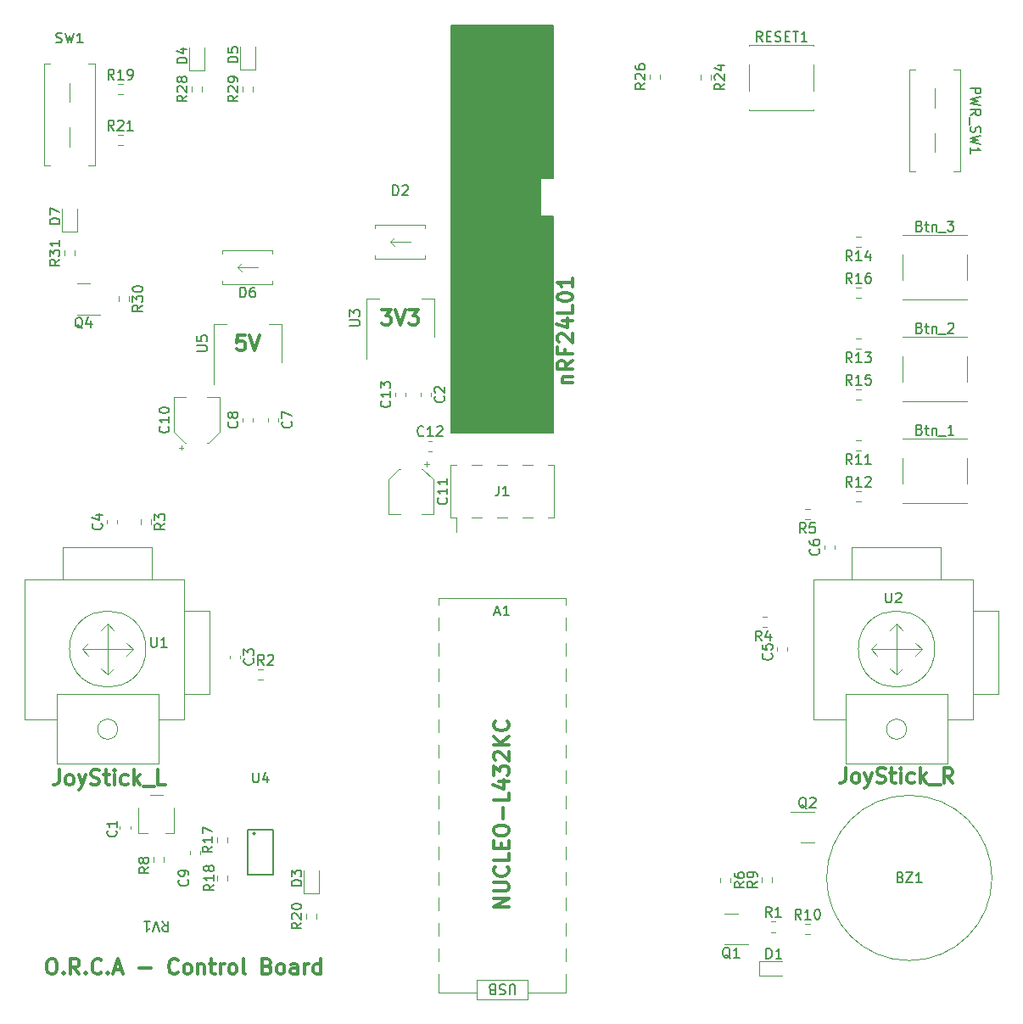
<source format=gbr>
%TF.GenerationSoftware,KiCad,Pcbnew,(6.0.2-0)*%
%TF.CreationDate,2022-03-25T12:04:45+00:00*%
%TF.ProjectId,controller,636f6e74-726f-46c6-9c65-722e6b696361,V1.2*%
%TF.SameCoordinates,Original*%
%TF.FileFunction,Legend,Top*%
%TF.FilePolarity,Positive*%
%FSLAX46Y46*%
G04 Gerber Fmt 4.6, Leading zero omitted, Abs format (unit mm)*
G04 Created by KiCad (PCBNEW (6.0.2-0)) date 2022-03-25 12:04:45*
%MOMM*%
%LPD*%
G01*
G04 APERTURE LIST*
%ADD10C,0.300000*%
%ADD11C,0.150000*%
%ADD12C,0.200000*%
%ADD13C,0.120000*%
G04 APERTURE END LIST*
D10*
X109868571Y-145228571D02*
X110154285Y-145228571D01*
X110297142Y-145300000D01*
X110440000Y-145442857D01*
X110511428Y-145728571D01*
X110511428Y-146228571D01*
X110440000Y-146514285D01*
X110297142Y-146657142D01*
X110154285Y-146728571D01*
X109868571Y-146728571D01*
X109725714Y-146657142D01*
X109582857Y-146514285D01*
X109511428Y-146228571D01*
X109511428Y-145728571D01*
X109582857Y-145442857D01*
X109725714Y-145300000D01*
X109868571Y-145228571D01*
X111154285Y-146585714D02*
X111225714Y-146657142D01*
X111154285Y-146728571D01*
X111082857Y-146657142D01*
X111154285Y-146585714D01*
X111154285Y-146728571D01*
X112725714Y-146728571D02*
X112225714Y-146014285D01*
X111868571Y-146728571D02*
X111868571Y-145228571D01*
X112440000Y-145228571D01*
X112582857Y-145300000D01*
X112654285Y-145371428D01*
X112725714Y-145514285D01*
X112725714Y-145728571D01*
X112654285Y-145871428D01*
X112582857Y-145942857D01*
X112440000Y-146014285D01*
X111868571Y-146014285D01*
X113368571Y-146585714D02*
X113440000Y-146657142D01*
X113368571Y-146728571D01*
X113297142Y-146657142D01*
X113368571Y-146585714D01*
X113368571Y-146728571D01*
X114940000Y-146585714D02*
X114868571Y-146657142D01*
X114654285Y-146728571D01*
X114511428Y-146728571D01*
X114297142Y-146657142D01*
X114154285Y-146514285D01*
X114082857Y-146371428D01*
X114011428Y-146085714D01*
X114011428Y-145871428D01*
X114082857Y-145585714D01*
X114154285Y-145442857D01*
X114297142Y-145300000D01*
X114511428Y-145228571D01*
X114654285Y-145228571D01*
X114868571Y-145300000D01*
X114940000Y-145371428D01*
X115582857Y-146585714D02*
X115654285Y-146657142D01*
X115582857Y-146728571D01*
X115511428Y-146657142D01*
X115582857Y-146585714D01*
X115582857Y-146728571D01*
X116225714Y-146300000D02*
X116940000Y-146300000D01*
X116082857Y-146728571D02*
X116582857Y-145228571D01*
X117082857Y-146728571D01*
X118725714Y-146157142D02*
X119868571Y-146157142D01*
X122582857Y-146585714D02*
X122511428Y-146657142D01*
X122297142Y-146728571D01*
X122154285Y-146728571D01*
X121940000Y-146657142D01*
X121797142Y-146514285D01*
X121725714Y-146371428D01*
X121654285Y-146085714D01*
X121654285Y-145871428D01*
X121725714Y-145585714D01*
X121797142Y-145442857D01*
X121940000Y-145300000D01*
X122154285Y-145228571D01*
X122297142Y-145228571D01*
X122511428Y-145300000D01*
X122582857Y-145371428D01*
X123440000Y-146728571D02*
X123297142Y-146657142D01*
X123225714Y-146585714D01*
X123154285Y-146442857D01*
X123154285Y-146014285D01*
X123225714Y-145871428D01*
X123297142Y-145800000D01*
X123440000Y-145728571D01*
X123654285Y-145728571D01*
X123797142Y-145800000D01*
X123868571Y-145871428D01*
X123940000Y-146014285D01*
X123940000Y-146442857D01*
X123868571Y-146585714D01*
X123797142Y-146657142D01*
X123654285Y-146728571D01*
X123440000Y-146728571D01*
X124582857Y-145728571D02*
X124582857Y-146728571D01*
X124582857Y-145871428D02*
X124654285Y-145800000D01*
X124797142Y-145728571D01*
X125011428Y-145728571D01*
X125154285Y-145800000D01*
X125225714Y-145942857D01*
X125225714Y-146728571D01*
X125725714Y-145728571D02*
X126297142Y-145728571D01*
X125940000Y-145228571D02*
X125940000Y-146514285D01*
X126011428Y-146657142D01*
X126154285Y-146728571D01*
X126297142Y-146728571D01*
X126797142Y-146728571D02*
X126797142Y-145728571D01*
X126797142Y-146014285D02*
X126868571Y-145871428D01*
X126940000Y-145800000D01*
X127082857Y-145728571D01*
X127225714Y-145728571D01*
X127940000Y-146728571D02*
X127797142Y-146657142D01*
X127725714Y-146585714D01*
X127654285Y-146442857D01*
X127654285Y-146014285D01*
X127725714Y-145871428D01*
X127797142Y-145800000D01*
X127940000Y-145728571D01*
X128154285Y-145728571D01*
X128297142Y-145800000D01*
X128368571Y-145871428D01*
X128440000Y-146014285D01*
X128440000Y-146442857D01*
X128368571Y-146585714D01*
X128297142Y-146657142D01*
X128154285Y-146728571D01*
X127940000Y-146728571D01*
X129297142Y-146728571D02*
X129154285Y-146657142D01*
X129082857Y-146514285D01*
X129082857Y-145228571D01*
X131511428Y-145942857D02*
X131725714Y-146014285D01*
X131797142Y-146085714D01*
X131868571Y-146228571D01*
X131868571Y-146442857D01*
X131797142Y-146585714D01*
X131725714Y-146657142D01*
X131582857Y-146728571D01*
X131011428Y-146728571D01*
X131011428Y-145228571D01*
X131511428Y-145228571D01*
X131654285Y-145300000D01*
X131725714Y-145371428D01*
X131797142Y-145514285D01*
X131797142Y-145657142D01*
X131725714Y-145800000D01*
X131654285Y-145871428D01*
X131511428Y-145942857D01*
X131011428Y-145942857D01*
X132725714Y-146728571D02*
X132582857Y-146657142D01*
X132511428Y-146585714D01*
X132440000Y-146442857D01*
X132440000Y-146014285D01*
X132511428Y-145871428D01*
X132582857Y-145800000D01*
X132725714Y-145728571D01*
X132940000Y-145728571D01*
X133082857Y-145800000D01*
X133154285Y-145871428D01*
X133225714Y-146014285D01*
X133225714Y-146442857D01*
X133154285Y-146585714D01*
X133082857Y-146657142D01*
X132940000Y-146728571D01*
X132725714Y-146728571D01*
X134511428Y-146728571D02*
X134511428Y-145942857D01*
X134440000Y-145800000D01*
X134297142Y-145728571D01*
X134011428Y-145728571D01*
X133868571Y-145800000D01*
X134511428Y-146657142D02*
X134368571Y-146728571D01*
X134011428Y-146728571D01*
X133868571Y-146657142D01*
X133797142Y-146514285D01*
X133797142Y-146371428D01*
X133868571Y-146228571D01*
X134011428Y-146157142D01*
X134368571Y-146157142D01*
X134511428Y-146085714D01*
X135225714Y-146728571D02*
X135225714Y-145728571D01*
X135225714Y-146014285D02*
X135297142Y-145871428D01*
X135368571Y-145800000D01*
X135511428Y-145728571D01*
X135654285Y-145728571D01*
X136797142Y-146728571D02*
X136797142Y-145228571D01*
X136797142Y-146657142D02*
X136654285Y-146728571D01*
X136368571Y-146728571D01*
X136225714Y-146657142D01*
X136154285Y-146585714D01*
X136082857Y-146442857D01*
X136082857Y-146014285D01*
X136154285Y-145871428D01*
X136225714Y-145800000D01*
X136368571Y-145728571D01*
X136654285Y-145728571D01*
X136797142Y-145800000D01*
D11*
X158750000Y-52070000D02*
X160020000Y-52070000D01*
X160020000Y-52070000D02*
X160020000Y-67310000D01*
X160020000Y-67310000D02*
X158750000Y-67310000D01*
X158750000Y-67310000D02*
X158750000Y-52070000D01*
G36*
X158750000Y-52070000D02*
G01*
X160020000Y-52070000D01*
X160020000Y-67310000D01*
X158750000Y-67310000D01*
X158750000Y-52070000D01*
G37*
X158750000Y-71120000D02*
X160020000Y-71120000D01*
X160020000Y-71120000D02*
X160020000Y-92710000D01*
X160020000Y-92710000D02*
X158750000Y-92710000D01*
X158750000Y-92710000D02*
X158750000Y-71120000D01*
G36*
X158750000Y-71120000D02*
G01*
X160020000Y-71120000D01*
X160020000Y-92710000D01*
X158750000Y-92710000D01*
X158750000Y-71120000D01*
G37*
D12*
X149860000Y-92710000D02*
X158750000Y-92710000D01*
X158750000Y-92710000D02*
X158750000Y-52070000D01*
X158750000Y-52070000D02*
X149860000Y-52070000D01*
X149860000Y-52070000D02*
X149860000Y-92710000D01*
G36*
X149860000Y-92710000D02*
G01*
X158750000Y-92710000D01*
X158750000Y-52070000D01*
X149860000Y-52070000D01*
X149860000Y-92710000D01*
G37*
D10*
X142922857Y-80458571D02*
X143851428Y-80458571D01*
X143351428Y-81030000D01*
X143565714Y-81030000D01*
X143708571Y-81101428D01*
X143780000Y-81172857D01*
X143851428Y-81315714D01*
X143851428Y-81672857D01*
X143780000Y-81815714D01*
X143708571Y-81887142D01*
X143565714Y-81958571D01*
X143137142Y-81958571D01*
X142994285Y-81887142D01*
X142922857Y-81815714D01*
X144280000Y-80458571D02*
X144780000Y-81958571D01*
X145280000Y-80458571D01*
X145637142Y-80458571D02*
X146565714Y-80458571D01*
X146065714Y-81030000D01*
X146280000Y-81030000D01*
X146422857Y-81101428D01*
X146494285Y-81172857D01*
X146565714Y-81315714D01*
X146565714Y-81672857D01*
X146494285Y-81815714D01*
X146422857Y-81887142D01*
X146280000Y-81958571D01*
X145851428Y-81958571D01*
X145708571Y-81887142D01*
X145637142Y-81815714D01*
X155618571Y-140024285D02*
X154118571Y-140024285D01*
X155618571Y-139167142D01*
X154118571Y-139167142D01*
X154118571Y-138452857D02*
X155332857Y-138452857D01*
X155475714Y-138381428D01*
X155547142Y-138310000D01*
X155618571Y-138167142D01*
X155618571Y-137881428D01*
X155547142Y-137738571D01*
X155475714Y-137667142D01*
X155332857Y-137595714D01*
X154118571Y-137595714D01*
X155475714Y-136024285D02*
X155547142Y-136095714D01*
X155618571Y-136310000D01*
X155618571Y-136452857D01*
X155547142Y-136667142D01*
X155404285Y-136810000D01*
X155261428Y-136881428D01*
X154975714Y-136952857D01*
X154761428Y-136952857D01*
X154475714Y-136881428D01*
X154332857Y-136810000D01*
X154190000Y-136667142D01*
X154118571Y-136452857D01*
X154118571Y-136310000D01*
X154190000Y-136095714D01*
X154261428Y-136024285D01*
X155618571Y-134667142D02*
X155618571Y-135381428D01*
X154118571Y-135381428D01*
X154832857Y-134167142D02*
X154832857Y-133667142D01*
X155618571Y-133452857D02*
X155618571Y-134167142D01*
X154118571Y-134167142D01*
X154118571Y-133452857D01*
X154118571Y-132524285D02*
X154118571Y-132238571D01*
X154190000Y-132095714D01*
X154332857Y-131952857D01*
X154618571Y-131881428D01*
X155118571Y-131881428D01*
X155404285Y-131952857D01*
X155547142Y-132095714D01*
X155618571Y-132238571D01*
X155618571Y-132524285D01*
X155547142Y-132667142D01*
X155404285Y-132810000D01*
X155118571Y-132881428D01*
X154618571Y-132881428D01*
X154332857Y-132810000D01*
X154190000Y-132667142D01*
X154118571Y-132524285D01*
X155047142Y-131238571D02*
X155047142Y-130095714D01*
X155618571Y-128667142D02*
X155618571Y-129381428D01*
X154118571Y-129381428D01*
X154618571Y-127524285D02*
X155618571Y-127524285D01*
X154047142Y-127881428D02*
X155118571Y-128238571D01*
X155118571Y-127310000D01*
X154118571Y-126881428D02*
X154118571Y-125952857D01*
X154690000Y-126452857D01*
X154690000Y-126238571D01*
X154761428Y-126095714D01*
X154832857Y-126024285D01*
X154975714Y-125952857D01*
X155332857Y-125952857D01*
X155475714Y-126024285D01*
X155547142Y-126095714D01*
X155618571Y-126238571D01*
X155618571Y-126667142D01*
X155547142Y-126810000D01*
X155475714Y-126881428D01*
X154261428Y-125381428D02*
X154190000Y-125310000D01*
X154118571Y-125167142D01*
X154118571Y-124810000D01*
X154190000Y-124667142D01*
X154261428Y-124595714D01*
X154404285Y-124524285D01*
X154547142Y-124524285D01*
X154761428Y-124595714D01*
X155618571Y-125452857D01*
X155618571Y-124524285D01*
X155618571Y-123881428D02*
X154118571Y-123881428D01*
X155618571Y-123024285D02*
X154761428Y-123667142D01*
X154118571Y-123024285D02*
X154975714Y-123881428D01*
X155475714Y-121524285D02*
X155547142Y-121595714D01*
X155618571Y-121810000D01*
X155618571Y-121952857D01*
X155547142Y-122167142D01*
X155404285Y-122310000D01*
X155261428Y-122381428D01*
X154975714Y-122452857D01*
X154761428Y-122452857D01*
X154475714Y-122381428D01*
X154332857Y-122310000D01*
X154190000Y-122167142D01*
X154118571Y-121952857D01*
X154118571Y-121810000D01*
X154190000Y-121595714D01*
X154261428Y-121524285D01*
X189202857Y-126178571D02*
X189202857Y-127250000D01*
X189131428Y-127464285D01*
X188988571Y-127607142D01*
X188774285Y-127678571D01*
X188631428Y-127678571D01*
X190131428Y-127678571D02*
X189988571Y-127607142D01*
X189917142Y-127535714D01*
X189845714Y-127392857D01*
X189845714Y-126964285D01*
X189917142Y-126821428D01*
X189988571Y-126750000D01*
X190131428Y-126678571D01*
X190345714Y-126678571D01*
X190488571Y-126750000D01*
X190560000Y-126821428D01*
X190631428Y-126964285D01*
X190631428Y-127392857D01*
X190560000Y-127535714D01*
X190488571Y-127607142D01*
X190345714Y-127678571D01*
X190131428Y-127678571D01*
X191131428Y-126678571D02*
X191488571Y-127678571D01*
X191845714Y-126678571D02*
X191488571Y-127678571D01*
X191345714Y-128035714D01*
X191274285Y-128107142D01*
X191131428Y-128178571D01*
X192345714Y-127607142D02*
X192560000Y-127678571D01*
X192917142Y-127678571D01*
X193060000Y-127607142D01*
X193131428Y-127535714D01*
X193202857Y-127392857D01*
X193202857Y-127250000D01*
X193131428Y-127107142D01*
X193060000Y-127035714D01*
X192917142Y-126964285D01*
X192631428Y-126892857D01*
X192488571Y-126821428D01*
X192417142Y-126750000D01*
X192345714Y-126607142D01*
X192345714Y-126464285D01*
X192417142Y-126321428D01*
X192488571Y-126250000D01*
X192631428Y-126178571D01*
X192988571Y-126178571D01*
X193202857Y-126250000D01*
X193631428Y-126678571D02*
X194202857Y-126678571D01*
X193845714Y-126178571D02*
X193845714Y-127464285D01*
X193917142Y-127607142D01*
X194060000Y-127678571D01*
X194202857Y-127678571D01*
X194702857Y-127678571D02*
X194702857Y-126678571D01*
X194702857Y-126178571D02*
X194631428Y-126250000D01*
X194702857Y-126321428D01*
X194774285Y-126250000D01*
X194702857Y-126178571D01*
X194702857Y-126321428D01*
X196060000Y-127607142D02*
X195917142Y-127678571D01*
X195631428Y-127678571D01*
X195488571Y-127607142D01*
X195417142Y-127535714D01*
X195345714Y-127392857D01*
X195345714Y-126964285D01*
X195417142Y-126821428D01*
X195488571Y-126750000D01*
X195631428Y-126678571D01*
X195917142Y-126678571D01*
X196060000Y-126750000D01*
X196702857Y-127678571D02*
X196702857Y-126178571D01*
X196845714Y-127107142D02*
X197274285Y-127678571D01*
X197274285Y-126678571D02*
X196702857Y-127250000D01*
X197560000Y-127821428D02*
X198702857Y-127821428D01*
X199917142Y-127678571D02*
X199417142Y-126964285D01*
X199060000Y-127678571D02*
X199060000Y-126178571D01*
X199631428Y-126178571D01*
X199774285Y-126250000D01*
X199845714Y-126321428D01*
X199917142Y-126464285D01*
X199917142Y-126678571D01*
X199845714Y-126821428D01*
X199774285Y-126892857D01*
X199631428Y-126964285D01*
X199060000Y-126964285D01*
X129254285Y-82998571D02*
X128540000Y-82998571D01*
X128468571Y-83712857D01*
X128540000Y-83641428D01*
X128682857Y-83570000D01*
X129040000Y-83570000D01*
X129182857Y-83641428D01*
X129254285Y-83712857D01*
X129325714Y-83855714D01*
X129325714Y-84212857D01*
X129254285Y-84355714D01*
X129182857Y-84427142D01*
X129040000Y-84498571D01*
X128682857Y-84498571D01*
X128540000Y-84427142D01*
X128468571Y-84355714D01*
X129754285Y-82998571D02*
X130254285Y-84498571D01*
X130754285Y-82998571D01*
X110741080Y-126360194D02*
X110741080Y-127431623D01*
X110669651Y-127645908D01*
X110526794Y-127788765D01*
X110312508Y-127860194D01*
X110169651Y-127860194D01*
X111669651Y-127860194D02*
X111526794Y-127788765D01*
X111455366Y-127717337D01*
X111383937Y-127574480D01*
X111383937Y-127145908D01*
X111455366Y-127003051D01*
X111526794Y-126931623D01*
X111669651Y-126860194D01*
X111883937Y-126860194D01*
X112026794Y-126931623D01*
X112098223Y-127003051D01*
X112169651Y-127145908D01*
X112169651Y-127574480D01*
X112098223Y-127717337D01*
X112026794Y-127788765D01*
X111883937Y-127860194D01*
X111669651Y-127860194D01*
X112669651Y-126860194D02*
X113026794Y-127860194D01*
X113383937Y-126860194D02*
X113026794Y-127860194D01*
X112883937Y-128217337D01*
X112812508Y-128288765D01*
X112669651Y-128360194D01*
X113883937Y-127788765D02*
X114098223Y-127860194D01*
X114455366Y-127860194D01*
X114598223Y-127788765D01*
X114669651Y-127717337D01*
X114741080Y-127574480D01*
X114741080Y-127431623D01*
X114669651Y-127288765D01*
X114598223Y-127217337D01*
X114455366Y-127145908D01*
X114169651Y-127074480D01*
X114026794Y-127003051D01*
X113955366Y-126931623D01*
X113883937Y-126788765D01*
X113883937Y-126645908D01*
X113955366Y-126503051D01*
X114026794Y-126431623D01*
X114169651Y-126360194D01*
X114526794Y-126360194D01*
X114741080Y-126431623D01*
X115169651Y-126860194D02*
X115741080Y-126860194D01*
X115383937Y-126360194D02*
X115383937Y-127645908D01*
X115455366Y-127788765D01*
X115598223Y-127860194D01*
X115741080Y-127860194D01*
X116241080Y-127860194D02*
X116241080Y-126860194D01*
X116241080Y-126360194D02*
X116169651Y-126431623D01*
X116241080Y-126503051D01*
X116312508Y-126431623D01*
X116241080Y-126360194D01*
X116241080Y-126503051D01*
X117598223Y-127788765D02*
X117455366Y-127860194D01*
X117169651Y-127860194D01*
X117026794Y-127788765D01*
X116955366Y-127717337D01*
X116883937Y-127574480D01*
X116883937Y-127145908D01*
X116955366Y-127003051D01*
X117026794Y-126931623D01*
X117169651Y-126860194D01*
X117455366Y-126860194D01*
X117598223Y-126931623D01*
X118241080Y-127860194D02*
X118241080Y-126360194D01*
X118383937Y-127288765D02*
X118812508Y-127860194D01*
X118812508Y-126860194D02*
X118241080Y-127431623D01*
X119098223Y-128003051D02*
X120241080Y-128003051D01*
X121312508Y-127860194D02*
X120598223Y-127860194D01*
X120598223Y-126360194D01*
X160968571Y-87728571D02*
X161968571Y-87728571D01*
X161111428Y-87728571D02*
X161040000Y-87657142D01*
X160968571Y-87514285D01*
X160968571Y-87300000D01*
X161040000Y-87157142D01*
X161182857Y-87085714D01*
X161968571Y-87085714D01*
X161968571Y-85514285D02*
X161254285Y-86014285D01*
X161968571Y-86371428D02*
X160468571Y-86371428D01*
X160468571Y-85800000D01*
X160540000Y-85657142D01*
X160611428Y-85585714D01*
X160754285Y-85514285D01*
X160968571Y-85514285D01*
X161111428Y-85585714D01*
X161182857Y-85657142D01*
X161254285Y-85800000D01*
X161254285Y-86371428D01*
X161182857Y-84371428D02*
X161182857Y-84871428D01*
X161968571Y-84871428D02*
X160468571Y-84871428D01*
X160468571Y-84157142D01*
X160611428Y-83657142D02*
X160540000Y-83585714D01*
X160468571Y-83442857D01*
X160468571Y-83085714D01*
X160540000Y-82942857D01*
X160611428Y-82871428D01*
X160754285Y-82800000D01*
X160897142Y-82800000D01*
X161111428Y-82871428D01*
X161968571Y-83728571D01*
X161968571Y-82800000D01*
X160968571Y-81514285D02*
X161968571Y-81514285D01*
X160397142Y-81871428D02*
X161468571Y-82228571D01*
X161468571Y-81300000D01*
X161968571Y-80014285D02*
X161968571Y-80728571D01*
X160468571Y-80728571D01*
X160468571Y-79228571D02*
X160468571Y-79085714D01*
X160540000Y-78942857D01*
X160611428Y-78871428D01*
X160754285Y-78800000D01*
X161040000Y-78728571D01*
X161397142Y-78728571D01*
X161682857Y-78800000D01*
X161825714Y-78871428D01*
X161897142Y-78942857D01*
X161968571Y-79085714D01*
X161968571Y-79228571D01*
X161897142Y-79371428D01*
X161825714Y-79442857D01*
X161682857Y-79514285D01*
X161397142Y-79585714D01*
X161040000Y-79585714D01*
X160754285Y-79514285D01*
X160611428Y-79442857D01*
X160540000Y-79371428D01*
X160468571Y-79228571D01*
X161968571Y-77300000D02*
X161968571Y-78157142D01*
X161968571Y-77728571D02*
X160468571Y-77728571D01*
X160682857Y-77871428D01*
X160825714Y-78014285D01*
X160897142Y-78157142D01*
D11*
%TO.C,D3*%
X134912380Y-137898095D02*
X133912380Y-137898095D01*
X133912380Y-137660000D01*
X133960000Y-137517142D01*
X134055238Y-137421904D01*
X134150476Y-137374285D01*
X134340952Y-137326666D01*
X134483809Y-137326666D01*
X134674285Y-137374285D01*
X134769523Y-137421904D01*
X134864761Y-137517142D01*
X134912380Y-137660000D01*
X134912380Y-137898095D01*
X133912380Y-136993333D02*
X133912380Y-136374285D01*
X134293333Y-136707619D01*
X134293333Y-136564761D01*
X134340952Y-136469523D01*
X134388571Y-136421904D01*
X134483809Y-136374285D01*
X134721904Y-136374285D01*
X134817142Y-136421904D01*
X134864761Y-136469523D01*
X134912380Y-136564761D01*
X134912380Y-136850476D01*
X134864761Y-136945714D01*
X134817142Y-136993333D01*
%TO.C,D6*%
X128801904Y-79192380D02*
X128801904Y-78192380D01*
X129040000Y-78192380D01*
X129182857Y-78240000D01*
X129278095Y-78335238D01*
X129325714Y-78430476D01*
X129373333Y-78620952D01*
X129373333Y-78763809D01*
X129325714Y-78954285D01*
X129278095Y-79049523D01*
X129182857Y-79144761D01*
X129040000Y-79192380D01*
X128801904Y-79192380D01*
X130230476Y-78192380D02*
X130040000Y-78192380D01*
X129944761Y-78240000D01*
X129897142Y-78287619D01*
X129801904Y-78430476D01*
X129754285Y-78620952D01*
X129754285Y-79001904D01*
X129801904Y-79097142D01*
X129849523Y-79144761D01*
X129944761Y-79192380D01*
X130135238Y-79192380D01*
X130230476Y-79144761D01*
X130278095Y-79097142D01*
X130325714Y-79001904D01*
X130325714Y-78763809D01*
X130278095Y-78668571D01*
X130230476Y-78620952D01*
X130135238Y-78573333D01*
X129944761Y-78573333D01*
X129849523Y-78620952D01*
X129801904Y-78668571D01*
X129754285Y-78763809D01*
%TO.C,C4*%
X114934202Y-101766666D02*
X114981821Y-101814285D01*
X115029440Y-101957142D01*
X115029440Y-102052380D01*
X114981821Y-102195238D01*
X114886583Y-102290476D01*
X114791345Y-102338095D01*
X114600869Y-102385714D01*
X114458012Y-102385714D01*
X114267536Y-102338095D01*
X114172298Y-102290476D01*
X114077060Y-102195238D01*
X114029440Y-102052380D01*
X114029440Y-101957142D01*
X114077060Y-101814285D01*
X114124679Y-101766666D01*
X114362774Y-100909523D02*
X115029440Y-100909523D01*
X113981821Y-101147619D02*
X114696107Y-101385714D01*
X114696107Y-100766666D01*
%TO.C,C3*%
X130057142Y-115252183D02*
X130104761Y-115299802D01*
X130152380Y-115442659D01*
X130152380Y-115537897D01*
X130104761Y-115680755D01*
X130009523Y-115775993D01*
X129914285Y-115823612D01*
X129723809Y-115871231D01*
X129580952Y-115871231D01*
X129390476Y-115823612D01*
X129295238Y-115775993D01*
X129200000Y-115680755D01*
X129152380Y-115537897D01*
X129152380Y-115442659D01*
X129200000Y-115299802D01*
X129247619Y-115252183D01*
X129152380Y-114918850D02*
X129152380Y-114299802D01*
X129533333Y-114633136D01*
X129533333Y-114490278D01*
X129580952Y-114395040D01*
X129628571Y-114347421D01*
X129723809Y-114299802D01*
X129961904Y-114299802D01*
X130057142Y-114347421D01*
X130104761Y-114395040D01*
X130152380Y-114490278D01*
X130152380Y-114775993D01*
X130104761Y-114871231D01*
X130057142Y-114918850D01*
%TO.C,RESET1*%
X180899754Y-53663982D02*
X180566421Y-53187792D01*
X180328326Y-53663982D02*
X180328326Y-52663982D01*
X180709278Y-52663982D01*
X180804516Y-52711602D01*
X180852135Y-52759221D01*
X180899754Y-52854459D01*
X180899754Y-52997316D01*
X180852135Y-53092554D01*
X180804516Y-53140173D01*
X180709278Y-53187792D01*
X180328326Y-53187792D01*
X181328326Y-53140173D02*
X181661659Y-53140173D01*
X181804516Y-53663982D02*
X181328326Y-53663982D01*
X181328326Y-52663982D01*
X181804516Y-52663982D01*
X182185468Y-53616363D02*
X182328326Y-53663982D01*
X182566421Y-53663982D01*
X182661659Y-53616363D01*
X182709278Y-53568744D01*
X182756897Y-53473506D01*
X182756897Y-53378268D01*
X182709278Y-53283030D01*
X182661659Y-53235411D01*
X182566421Y-53187792D01*
X182375945Y-53140173D01*
X182280706Y-53092554D01*
X182233087Y-53044935D01*
X182185468Y-52949697D01*
X182185468Y-52854459D01*
X182233087Y-52759221D01*
X182280706Y-52711602D01*
X182375945Y-52663982D01*
X182614040Y-52663982D01*
X182756897Y-52711602D01*
X183185468Y-53140173D02*
X183518802Y-53140173D01*
X183661659Y-53663982D02*
X183185468Y-53663982D01*
X183185468Y-52663982D01*
X183661659Y-52663982D01*
X183947373Y-52663982D02*
X184518802Y-52663982D01*
X184233087Y-53663982D02*
X184233087Y-52663982D01*
X185375945Y-53663982D02*
X184804516Y-53663982D01*
X185090230Y-53663982D02*
X185090230Y-52663982D01*
X184994992Y-52806840D01*
X184899754Y-52902078D01*
X184804516Y-52949697D01*
%TO.C,R1*%
X181827970Y-141038380D02*
X181494637Y-140562190D01*
X181256541Y-141038380D02*
X181256541Y-140038380D01*
X181637494Y-140038380D01*
X181732732Y-140086000D01*
X181780351Y-140133619D01*
X181827970Y-140228857D01*
X181827970Y-140371714D01*
X181780351Y-140466952D01*
X181732732Y-140514571D01*
X181637494Y-140562190D01*
X181256541Y-140562190D01*
X182780351Y-141038380D02*
X182208922Y-141038380D01*
X182494637Y-141038380D02*
X182494637Y-140038380D01*
X182399398Y-140181238D01*
X182304160Y-140276476D01*
X182208922Y-140324095D01*
%TO.C,RV1*%
X121019144Y-141450010D02*
X121352477Y-141926200D01*
X121590572Y-141450010D02*
X121590572Y-142450010D01*
X121209620Y-142450010D01*
X121114382Y-142402391D01*
X121066763Y-142354771D01*
X121019144Y-142259533D01*
X121019144Y-142116676D01*
X121066763Y-142021438D01*
X121114382Y-141973819D01*
X121209620Y-141926200D01*
X121590572Y-141926200D01*
X120733429Y-142450010D02*
X120400096Y-141450010D01*
X120066763Y-142450010D01*
X119209620Y-141450010D02*
X119781048Y-141450010D01*
X119495334Y-141450010D02*
X119495334Y-142450010D01*
X119590572Y-142307152D01*
X119685810Y-142211914D01*
X119781048Y-142164295D01*
%TO.C,C1*%
X116398625Y-132416994D02*
X116446244Y-132464613D01*
X116493863Y-132607470D01*
X116493863Y-132702708D01*
X116446244Y-132845566D01*
X116351006Y-132940804D01*
X116255768Y-132988423D01*
X116065292Y-133036042D01*
X115922435Y-133036042D01*
X115731959Y-132988423D01*
X115636721Y-132940804D01*
X115541483Y-132845566D01*
X115493863Y-132702708D01*
X115493863Y-132607470D01*
X115541483Y-132464613D01*
X115589102Y-132416994D01*
X116493863Y-131464613D02*
X116493863Y-132036042D01*
X116493863Y-131750328D02*
X115493863Y-131750328D01*
X115636721Y-131845566D01*
X115731959Y-131940804D01*
X115779578Y-132036042D01*
%TO.C,PWR_SW1*%
X201707619Y-58301904D02*
X202707619Y-58301904D01*
X202707619Y-58682857D01*
X202660000Y-58778095D01*
X202612380Y-58825714D01*
X202517142Y-58873333D01*
X202374285Y-58873333D01*
X202279047Y-58825714D01*
X202231428Y-58778095D01*
X202183809Y-58682857D01*
X202183809Y-58301904D01*
X202707619Y-59206666D02*
X201707619Y-59444761D01*
X202421904Y-59635238D01*
X201707619Y-59825714D01*
X202707619Y-60063809D01*
X201707619Y-61016190D02*
X202183809Y-60682857D01*
X201707619Y-60444761D02*
X202707619Y-60444761D01*
X202707619Y-60825714D01*
X202660000Y-60920952D01*
X202612380Y-60968571D01*
X202517142Y-61016190D01*
X202374285Y-61016190D01*
X202279047Y-60968571D01*
X202231428Y-60920952D01*
X202183809Y-60825714D01*
X202183809Y-60444761D01*
X201612380Y-61206666D02*
X201612380Y-61968571D01*
X201755238Y-62159047D02*
X201707619Y-62301904D01*
X201707619Y-62540000D01*
X201755238Y-62635238D01*
X201802857Y-62682857D01*
X201898095Y-62730476D01*
X201993333Y-62730476D01*
X202088571Y-62682857D01*
X202136190Y-62635238D01*
X202183809Y-62540000D01*
X202231428Y-62349523D01*
X202279047Y-62254285D01*
X202326666Y-62206666D01*
X202421904Y-62159047D01*
X202517142Y-62159047D01*
X202612380Y-62206666D01*
X202660000Y-62254285D01*
X202707619Y-62349523D01*
X202707619Y-62587619D01*
X202660000Y-62730476D01*
X202707619Y-63063809D02*
X201707619Y-63301904D01*
X202421904Y-63492380D01*
X201707619Y-63682857D01*
X202707619Y-63920952D01*
X201707619Y-64825714D02*
X201707619Y-64254285D01*
X201707619Y-64540000D02*
X202707619Y-64540000D01*
X202564761Y-64444761D01*
X202469523Y-64349523D01*
X202421904Y-64254285D01*
%TO.C,R2*%
X131173324Y-115877404D02*
X130839991Y-115401214D01*
X130601895Y-115877404D02*
X130601895Y-114877404D01*
X130982848Y-114877404D01*
X131078086Y-114925024D01*
X131125705Y-114972643D01*
X131173324Y-115067881D01*
X131173324Y-115210738D01*
X131125705Y-115305976D01*
X131078086Y-115353595D01*
X130982848Y-115401214D01*
X130601895Y-115401214D01*
X131554276Y-114972643D02*
X131601895Y-114925024D01*
X131697133Y-114877404D01*
X131935229Y-114877404D01*
X132030467Y-114925024D01*
X132078086Y-114972643D01*
X132125705Y-115067881D01*
X132125705Y-115163119D01*
X132078086Y-115305976D01*
X131506657Y-115877404D01*
X132125705Y-115877404D01*
%TO.C,R17*%
X126022380Y-133992857D02*
X125546190Y-134326190D01*
X126022380Y-134564285D02*
X125022380Y-134564285D01*
X125022380Y-134183333D01*
X125070000Y-134088095D01*
X125117619Y-134040476D01*
X125212857Y-133992857D01*
X125355714Y-133992857D01*
X125450952Y-134040476D01*
X125498571Y-134088095D01*
X125546190Y-134183333D01*
X125546190Y-134564285D01*
X126022380Y-133040476D02*
X126022380Y-133611904D01*
X126022380Y-133326190D02*
X125022380Y-133326190D01*
X125165238Y-133421428D01*
X125260476Y-133516666D01*
X125308095Y-133611904D01*
X125022380Y-132707142D02*
X125022380Y-132040476D01*
X126022380Y-132469047D01*
%TO.C,R10*%
X184777142Y-141262380D02*
X184443809Y-140786190D01*
X184205714Y-141262380D02*
X184205714Y-140262380D01*
X184586666Y-140262380D01*
X184681904Y-140310000D01*
X184729523Y-140357619D01*
X184777142Y-140452857D01*
X184777142Y-140595714D01*
X184729523Y-140690952D01*
X184681904Y-140738571D01*
X184586666Y-140786190D01*
X184205714Y-140786190D01*
X185729523Y-141262380D02*
X185158095Y-141262380D01*
X185443809Y-141262380D02*
X185443809Y-140262380D01*
X185348571Y-140405238D01*
X185253333Y-140500476D01*
X185158095Y-140548095D01*
X186348571Y-140262380D02*
X186443809Y-140262380D01*
X186539047Y-140310000D01*
X186586666Y-140357619D01*
X186634285Y-140452857D01*
X186681904Y-140643333D01*
X186681904Y-140881428D01*
X186634285Y-141071904D01*
X186586666Y-141167142D01*
X186539047Y-141214761D01*
X186443809Y-141262380D01*
X186348571Y-141262380D01*
X186253333Y-141214761D01*
X186205714Y-141167142D01*
X186158095Y-141071904D01*
X186110476Y-140881428D01*
X186110476Y-140643333D01*
X186158095Y-140452857D01*
X186205714Y-140357619D01*
X186253333Y-140310000D01*
X186348571Y-140262380D01*
%TO.C,R9*%
X180401277Y-137477093D02*
X179925087Y-137810427D01*
X180401277Y-138048522D02*
X179401277Y-138048522D01*
X179401277Y-137667569D01*
X179448897Y-137572331D01*
X179496516Y-137524712D01*
X179591754Y-137477093D01*
X179734611Y-137477093D01*
X179829849Y-137524712D01*
X179877468Y-137572331D01*
X179925087Y-137667569D01*
X179925087Y-138048522D01*
X180401277Y-137000903D02*
X180401277Y-136810427D01*
X180353658Y-136715188D01*
X180306039Y-136667569D01*
X180163182Y-136572331D01*
X179972706Y-136524712D01*
X179591754Y-136524712D01*
X179496516Y-136572331D01*
X179448897Y-136619950D01*
X179401277Y-136715188D01*
X179401277Y-136905665D01*
X179448897Y-137000903D01*
X179496516Y-137048522D01*
X179591754Y-137096141D01*
X179829849Y-137096141D01*
X179925087Y-137048522D01*
X179972706Y-137000903D01*
X180020325Y-136905665D01*
X180020325Y-136715188D01*
X179972706Y-136619950D01*
X179925087Y-136572331D01*
X179829849Y-136524712D01*
%TO.C,R16*%
X189857142Y-77762380D02*
X189523809Y-77286190D01*
X189285714Y-77762380D02*
X189285714Y-76762380D01*
X189666666Y-76762380D01*
X189761904Y-76810000D01*
X189809523Y-76857619D01*
X189857142Y-76952857D01*
X189857142Y-77095714D01*
X189809523Y-77190952D01*
X189761904Y-77238571D01*
X189666666Y-77286190D01*
X189285714Y-77286190D01*
X190809523Y-77762380D02*
X190238095Y-77762380D01*
X190523809Y-77762380D02*
X190523809Y-76762380D01*
X190428571Y-76905238D01*
X190333333Y-77000476D01*
X190238095Y-77048095D01*
X191666666Y-76762380D02*
X191476190Y-76762380D01*
X191380952Y-76810000D01*
X191333333Y-76857619D01*
X191238095Y-77000476D01*
X191190476Y-77190952D01*
X191190476Y-77571904D01*
X191238095Y-77667142D01*
X191285714Y-77714761D01*
X191380952Y-77762380D01*
X191571428Y-77762380D01*
X191666666Y-77714761D01*
X191714285Y-77667142D01*
X191761904Y-77571904D01*
X191761904Y-77333809D01*
X191714285Y-77238571D01*
X191666666Y-77190952D01*
X191571428Y-77143333D01*
X191380952Y-77143333D01*
X191285714Y-77190952D01*
X191238095Y-77238571D01*
X191190476Y-77333809D01*
%TO.C,R3*%
X121262380Y-101766666D02*
X120786190Y-102100000D01*
X121262380Y-102338095D02*
X120262380Y-102338095D01*
X120262380Y-101957142D01*
X120310000Y-101861904D01*
X120357619Y-101814285D01*
X120452857Y-101766666D01*
X120595714Y-101766666D01*
X120690952Y-101814285D01*
X120738571Y-101861904D01*
X120786190Y-101957142D01*
X120786190Y-102338095D01*
X120262380Y-101433333D02*
X120262380Y-100814285D01*
X120643333Y-101147619D01*
X120643333Y-101004761D01*
X120690952Y-100909523D01*
X120738571Y-100861904D01*
X120833809Y-100814285D01*
X121071904Y-100814285D01*
X121167142Y-100861904D01*
X121214761Y-100909523D01*
X121262380Y-101004761D01*
X121262380Y-101290476D01*
X121214761Y-101385714D01*
X121167142Y-101433333D01*
%TO.C,R29*%
X128562380Y-59062857D02*
X128086190Y-59396190D01*
X128562380Y-59634285D02*
X127562380Y-59634285D01*
X127562380Y-59253333D01*
X127610000Y-59158095D01*
X127657619Y-59110476D01*
X127752857Y-59062857D01*
X127895714Y-59062857D01*
X127990952Y-59110476D01*
X128038571Y-59158095D01*
X128086190Y-59253333D01*
X128086190Y-59634285D01*
X127657619Y-58681904D02*
X127610000Y-58634285D01*
X127562380Y-58539047D01*
X127562380Y-58300952D01*
X127610000Y-58205714D01*
X127657619Y-58158095D01*
X127752857Y-58110476D01*
X127848095Y-58110476D01*
X127990952Y-58158095D01*
X128562380Y-58729523D01*
X128562380Y-58110476D01*
X128562380Y-57634285D02*
X128562380Y-57443809D01*
X128514761Y-57348571D01*
X128467142Y-57300952D01*
X128324285Y-57205714D01*
X128133809Y-57158095D01*
X127752857Y-57158095D01*
X127657619Y-57205714D01*
X127610000Y-57253333D01*
X127562380Y-57348571D01*
X127562380Y-57539047D01*
X127610000Y-57634285D01*
X127657619Y-57681904D01*
X127752857Y-57729523D01*
X127990952Y-57729523D01*
X128086190Y-57681904D01*
X128133809Y-57634285D01*
X128181428Y-57539047D01*
X128181428Y-57348571D01*
X128133809Y-57253333D01*
X128086190Y-57205714D01*
X127990952Y-57158095D01*
%TO.C,U1*%
X119888095Y-113117380D02*
X119888095Y-113926904D01*
X119935714Y-114022142D01*
X119983333Y-114069761D01*
X120078571Y-114117380D01*
X120269047Y-114117380D01*
X120364285Y-114069761D01*
X120411904Y-114022142D01*
X120459523Y-113926904D01*
X120459523Y-113117380D01*
X121459523Y-114117380D02*
X120888095Y-114117380D01*
X121173809Y-114117380D02*
X121173809Y-113117380D01*
X121078571Y-113260238D01*
X120983333Y-113355476D01*
X120888095Y-113403095D01*
%TO.C,R8*%
X119672380Y-136056666D02*
X119196190Y-136390000D01*
X119672380Y-136628095D02*
X118672380Y-136628095D01*
X118672380Y-136247142D01*
X118720000Y-136151904D01*
X118767619Y-136104285D01*
X118862857Y-136056666D01*
X119005714Y-136056666D01*
X119100952Y-136104285D01*
X119148571Y-136151904D01*
X119196190Y-136247142D01*
X119196190Y-136628095D01*
X119100952Y-135485238D02*
X119053333Y-135580476D01*
X119005714Y-135628095D01*
X118910476Y-135675714D01*
X118862857Y-135675714D01*
X118767619Y-135628095D01*
X118720000Y-135580476D01*
X118672380Y-135485238D01*
X118672380Y-135294761D01*
X118720000Y-135199523D01*
X118767619Y-135151904D01*
X118862857Y-135104285D01*
X118910476Y-135104285D01*
X119005714Y-135151904D01*
X119053333Y-135199523D01*
X119100952Y-135294761D01*
X119100952Y-135485238D01*
X119148571Y-135580476D01*
X119196190Y-135628095D01*
X119291428Y-135675714D01*
X119481904Y-135675714D01*
X119577142Y-135628095D01*
X119624761Y-135580476D01*
X119672380Y-135485238D01*
X119672380Y-135294761D01*
X119624761Y-135199523D01*
X119577142Y-135151904D01*
X119481904Y-135104285D01*
X119291428Y-135104285D01*
X119196190Y-135151904D01*
X119148571Y-135199523D01*
X119100952Y-135294761D01*
%TO.C,C10*%
X121617142Y-92082857D02*
X121664761Y-92130476D01*
X121712380Y-92273333D01*
X121712380Y-92368571D01*
X121664761Y-92511428D01*
X121569523Y-92606666D01*
X121474285Y-92654285D01*
X121283809Y-92701904D01*
X121140952Y-92701904D01*
X120950476Y-92654285D01*
X120855238Y-92606666D01*
X120760000Y-92511428D01*
X120712380Y-92368571D01*
X120712380Y-92273333D01*
X120760000Y-92130476D01*
X120807619Y-92082857D01*
X121712380Y-91130476D02*
X121712380Y-91701904D01*
X121712380Y-91416190D02*
X120712380Y-91416190D01*
X120855238Y-91511428D01*
X120950476Y-91606666D01*
X120998095Y-91701904D01*
X120712380Y-90511428D02*
X120712380Y-90416190D01*
X120760000Y-90320952D01*
X120807619Y-90273333D01*
X120902857Y-90225714D01*
X121093333Y-90178095D01*
X121331428Y-90178095D01*
X121521904Y-90225714D01*
X121617142Y-90273333D01*
X121664761Y-90320952D01*
X121712380Y-90416190D01*
X121712380Y-90511428D01*
X121664761Y-90606666D01*
X121617142Y-90654285D01*
X121521904Y-90701904D01*
X121331428Y-90749523D01*
X121093333Y-90749523D01*
X120902857Y-90701904D01*
X120807619Y-90654285D01*
X120760000Y-90606666D01*
X120712380Y-90511428D01*
%TO.C,A1*%
X154225714Y-110656666D02*
X154701904Y-110656666D01*
X154130476Y-110942380D02*
X154463809Y-109942380D01*
X154797142Y-110942380D01*
X155654285Y-110942380D02*
X155082857Y-110942380D01*
X155368571Y-110942380D02*
X155368571Y-109942380D01*
X155273333Y-110085238D01*
X155178095Y-110180476D01*
X155082857Y-110228095D01*
X156245257Y-148779431D02*
X156245257Y-147969907D01*
X156197638Y-147874669D01*
X156150019Y-147827050D01*
X156054781Y-147779431D01*
X155864305Y-147779431D01*
X155769067Y-147827050D01*
X155721448Y-147874669D01*
X155673829Y-147969907D01*
X155673829Y-148779431D01*
X155245257Y-147827050D02*
X155102400Y-147779431D01*
X154864305Y-147779431D01*
X154769067Y-147827050D01*
X154721448Y-147874669D01*
X154673829Y-147969907D01*
X154673829Y-148065145D01*
X154721448Y-148160383D01*
X154769067Y-148208002D01*
X154864305Y-148255621D01*
X155054781Y-148303240D01*
X155150019Y-148350859D01*
X155197638Y-148398478D01*
X155245257Y-148493716D01*
X155245257Y-148588954D01*
X155197638Y-148684192D01*
X155150019Y-148731812D01*
X155054781Y-148779431D01*
X154816686Y-148779431D01*
X154673829Y-148731812D01*
X153911924Y-148303240D02*
X153769067Y-148255621D01*
X153721448Y-148208002D01*
X153673829Y-148112764D01*
X153673829Y-147969907D01*
X153721448Y-147874669D01*
X153769067Y-147827050D01*
X153864305Y-147779431D01*
X154245257Y-147779431D01*
X154245257Y-148779431D01*
X153911924Y-148779431D01*
X153816686Y-148731812D01*
X153769067Y-148684192D01*
X153721448Y-148588954D01*
X153721448Y-148493716D01*
X153769067Y-148398478D01*
X153816686Y-148350859D01*
X153911924Y-148303240D01*
X154245257Y-148303240D01*
%TO.C,U5*%
X124492380Y-84581904D02*
X125301904Y-84581904D01*
X125397142Y-84534285D01*
X125444761Y-84486666D01*
X125492380Y-84391428D01*
X125492380Y-84200952D01*
X125444761Y-84105714D01*
X125397142Y-84058095D01*
X125301904Y-84010476D01*
X124492380Y-84010476D01*
X124492380Y-83058095D02*
X124492380Y-83534285D01*
X124968571Y-83581904D01*
X124920952Y-83534285D01*
X124873333Y-83439047D01*
X124873333Y-83200952D01*
X124920952Y-83105714D01*
X124968571Y-83058095D01*
X125063809Y-83010476D01*
X125301904Y-83010476D01*
X125397142Y-83058095D01*
X125444761Y-83105714D01*
X125492380Y-83200952D01*
X125492380Y-83439047D01*
X125444761Y-83534285D01*
X125397142Y-83581904D01*
%TO.C,C2*%
X149107142Y-89066666D02*
X149154761Y-89114285D01*
X149202380Y-89257142D01*
X149202380Y-89352380D01*
X149154761Y-89495238D01*
X149059523Y-89590476D01*
X148964285Y-89638095D01*
X148773809Y-89685714D01*
X148630952Y-89685714D01*
X148440476Y-89638095D01*
X148345238Y-89590476D01*
X148250000Y-89495238D01*
X148202380Y-89352380D01*
X148202380Y-89257142D01*
X148250000Y-89114285D01*
X148297619Y-89066666D01*
X148297619Y-88685714D02*
X148250000Y-88638095D01*
X148202380Y-88542857D01*
X148202380Y-88304761D01*
X148250000Y-88209523D01*
X148297619Y-88161904D01*
X148392857Y-88114285D01*
X148488095Y-88114285D01*
X148630952Y-88161904D01*
X149202380Y-88733333D01*
X149202380Y-88114285D01*
%TO.C,R31*%
X110782764Y-75420528D02*
X110306574Y-75753861D01*
X110782764Y-75991956D02*
X109782764Y-75991956D01*
X109782764Y-75611004D01*
X109830384Y-75515766D01*
X109878003Y-75468147D01*
X109973241Y-75420528D01*
X110116098Y-75420528D01*
X110211336Y-75468147D01*
X110258955Y-75515766D01*
X110306574Y-75611004D01*
X110306574Y-75991956D01*
X109782764Y-75087194D02*
X109782764Y-74468147D01*
X110163717Y-74801480D01*
X110163717Y-74658623D01*
X110211336Y-74563385D01*
X110258955Y-74515766D01*
X110354193Y-74468147D01*
X110592288Y-74468147D01*
X110687526Y-74515766D01*
X110735145Y-74563385D01*
X110782764Y-74658623D01*
X110782764Y-74944337D01*
X110735145Y-75039575D01*
X110687526Y-75087194D01*
X110782764Y-73515766D02*
X110782764Y-74087194D01*
X110782764Y-73801480D02*
X109782764Y-73801480D01*
X109925622Y-73896718D01*
X110020860Y-73991956D01*
X110068479Y-74087194D01*
%TO.C,U3*%
X139732380Y-82041904D02*
X140541904Y-82041904D01*
X140637142Y-81994285D01*
X140684761Y-81946666D01*
X140732380Y-81851428D01*
X140732380Y-81660952D01*
X140684761Y-81565714D01*
X140637142Y-81518095D01*
X140541904Y-81470476D01*
X139732380Y-81470476D01*
X139732380Y-81089523D02*
X139732380Y-80470476D01*
X140113333Y-80803809D01*
X140113333Y-80660952D01*
X140160952Y-80565714D01*
X140208571Y-80518095D01*
X140303809Y-80470476D01*
X140541904Y-80470476D01*
X140637142Y-80518095D01*
X140684761Y-80565714D01*
X140732380Y-80660952D01*
X140732380Y-80946666D01*
X140684761Y-81041904D01*
X140637142Y-81089523D01*
%TO.C,R13*%
X189857142Y-85702380D02*
X189523809Y-85226190D01*
X189285714Y-85702380D02*
X189285714Y-84702380D01*
X189666666Y-84702380D01*
X189761904Y-84750000D01*
X189809523Y-84797619D01*
X189857142Y-84892857D01*
X189857142Y-85035714D01*
X189809523Y-85130952D01*
X189761904Y-85178571D01*
X189666666Y-85226190D01*
X189285714Y-85226190D01*
X190809523Y-85702380D02*
X190238095Y-85702380D01*
X190523809Y-85702380D02*
X190523809Y-84702380D01*
X190428571Y-84845238D01*
X190333333Y-84940476D01*
X190238095Y-84988095D01*
X191142857Y-84702380D02*
X191761904Y-84702380D01*
X191428571Y-85083333D01*
X191571428Y-85083333D01*
X191666666Y-85130952D01*
X191714285Y-85178571D01*
X191761904Y-85273809D01*
X191761904Y-85511904D01*
X191714285Y-85607142D01*
X191666666Y-85654761D01*
X191571428Y-85702380D01*
X191285714Y-85702380D01*
X191190476Y-85654761D01*
X191142857Y-85607142D01*
%TO.C,R15*%
X189857142Y-87922380D02*
X189523809Y-87446190D01*
X189285714Y-87922380D02*
X189285714Y-86922380D01*
X189666666Y-86922380D01*
X189761904Y-86970000D01*
X189809523Y-87017619D01*
X189857142Y-87112857D01*
X189857142Y-87255714D01*
X189809523Y-87350952D01*
X189761904Y-87398571D01*
X189666666Y-87446190D01*
X189285714Y-87446190D01*
X190809523Y-87922380D02*
X190238095Y-87922380D01*
X190523809Y-87922380D02*
X190523809Y-86922380D01*
X190428571Y-87065238D01*
X190333333Y-87160476D01*
X190238095Y-87208095D01*
X191714285Y-86922380D02*
X191238095Y-86922380D01*
X191190476Y-87398571D01*
X191238095Y-87350952D01*
X191333333Y-87303333D01*
X191571428Y-87303333D01*
X191666666Y-87350952D01*
X191714285Y-87398571D01*
X191761904Y-87493809D01*
X191761904Y-87731904D01*
X191714285Y-87827142D01*
X191666666Y-87874761D01*
X191571428Y-87922380D01*
X191333333Y-87922380D01*
X191238095Y-87874761D01*
X191190476Y-87827142D01*
%TO.C,R19*%
X116197142Y-57442380D02*
X115863809Y-56966190D01*
X115625714Y-57442380D02*
X115625714Y-56442380D01*
X116006666Y-56442380D01*
X116101904Y-56490000D01*
X116149523Y-56537619D01*
X116197142Y-56632857D01*
X116197142Y-56775714D01*
X116149523Y-56870952D01*
X116101904Y-56918571D01*
X116006666Y-56966190D01*
X115625714Y-56966190D01*
X117149523Y-57442380D02*
X116578095Y-57442380D01*
X116863809Y-57442380D02*
X116863809Y-56442380D01*
X116768571Y-56585238D01*
X116673333Y-56680476D01*
X116578095Y-56728095D01*
X117625714Y-57442380D02*
X117816190Y-57442380D01*
X117911428Y-57394761D01*
X117959047Y-57347142D01*
X118054285Y-57204285D01*
X118101904Y-57013809D01*
X118101904Y-56632857D01*
X118054285Y-56537619D01*
X118006666Y-56490000D01*
X117911428Y-56442380D01*
X117720952Y-56442380D01*
X117625714Y-56490000D01*
X117578095Y-56537619D01*
X117530476Y-56632857D01*
X117530476Y-56870952D01*
X117578095Y-56966190D01*
X117625714Y-57013809D01*
X117720952Y-57061428D01*
X117911428Y-57061428D01*
X118006666Y-57013809D01*
X118054285Y-56966190D01*
X118101904Y-56870952D01*
%TO.C,R6*%
X179105532Y-137534414D02*
X178629342Y-137867748D01*
X179105532Y-138105843D02*
X178105532Y-138105843D01*
X178105532Y-137724890D01*
X178153152Y-137629652D01*
X178200771Y-137582033D01*
X178296009Y-137534414D01*
X178438866Y-137534414D01*
X178534104Y-137582033D01*
X178581723Y-137629652D01*
X178629342Y-137724890D01*
X178629342Y-138105843D01*
X178105532Y-136677271D02*
X178105532Y-136867748D01*
X178153152Y-136962986D01*
X178200771Y-137010605D01*
X178343628Y-137105843D01*
X178534104Y-137153462D01*
X178915056Y-137153462D01*
X179010294Y-137105843D01*
X179057913Y-137058224D01*
X179105532Y-136962986D01*
X179105532Y-136772509D01*
X179057913Y-136677271D01*
X179010294Y-136629652D01*
X178915056Y-136582033D01*
X178676961Y-136582033D01*
X178581723Y-136629652D01*
X178534104Y-136677271D01*
X178486485Y-136772509D01*
X178486485Y-136962986D01*
X178534104Y-137058224D01*
X178581723Y-137105843D01*
X178676961Y-137153462D01*
%TO.C,D4*%
X123482380Y-55830595D02*
X122482380Y-55830595D01*
X122482380Y-55592500D01*
X122530000Y-55449642D01*
X122625238Y-55354404D01*
X122720476Y-55306785D01*
X122910952Y-55259166D01*
X123053809Y-55259166D01*
X123244285Y-55306785D01*
X123339523Y-55354404D01*
X123434761Y-55449642D01*
X123482380Y-55592500D01*
X123482380Y-55830595D01*
X122815714Y-54402023D02*
X123482380Y-54402023D01*
X122434761Y-54640119D02*
X123149047Y-54878214D01*
X123149047Y-54259166D01*
%TO.C,BZ1*%
X194699047Y-137067037D02*
X194841904Y-137114656D01*
X194889523Y-137162275D01*
X194937142Y-137257513D01*
X194937142Y-137400370D01*
X194889523Y-137495608D01*
X194841904Y-137543227D01*
X194746666Y-137590846D01*
X194365714Y-137590846D01*
X194365714Y-136590846D01*
X194699047Y-136590846D01*
X194794285Y-136638466D01*
X194841904Y-136686085D01*
X194889523Y-136781323D01*
X194889523Y-136876561D01*
X194841904Y-136971799D01*
X194794285Y-137019418D01*
X194699047Y-137067037D01*
X194365714Y-137067037D01*
X195270476Y-136590846D02*
X195937142Y-136590846D01*
X195270476Y-137590846D01*
X195937142Y-137590846D01*
X196841904Y-137590846D02*
X196270476Y-137590846D01*
X196556190Y-137590846D02*
X196556190Y-136590846D01*
X196460952Y-136733704D01*
X196365714Y-136828942D01*
X196270476Y-136876561D01*
%TO.C,R5*%
X185253333Y-102709763D02*
X184920000Y-102233573D01*
X184681904Y-102709763D02*
X184681904Y-101709763D01*
X185062857Y-101709763D01*
X185158095Y-101757383D01*
X185205714Y-101805002D01*
X185253333Y-101900240D01*
X185253333Y-102043097D01*
X185205714Y-102138335D01*
X185158095Y-102185954D01*
X185062857Y-102233573D01*
X184681904Y-102233573D01*
X186158095Y-101709763D02*
X185681904Y-101709763D01*
X185634285Y-102185954D01*
X185681904Y-102138335D01*
X185777142Y-102090716D01*
X186015238Y-102090716D01*
X186110476Y-102138335D01*
X186158095Y-102185954D01*
X186205714Y-102281192D01*
X186205714Y-102519287D01*
X186158095Y-102614525D01*
X186110476Y-102662144D01*
X186015238Y-102709763D01*
X185777142Y-102709763D01*
X185681904Y-102662144D01*
X185634285Y-102614525D01*
%TO.C,R30*%
X119055158Y-79993858D02*
X118578968Y-80327191D01*
X119055158Y-80565286D02*
X118055158Y-80565286D01*
X118055158Y-80184334D01*
X118102778Y-80089096D01*
X118150397Y-80041477D01*
X118245635Y-79993858D01*
X118388492Y-79993858D01*
X118483730Y-80041477D01*
X118531349Y-80089096D01*
X118578968Y-80184334D01*
X118578968Y-80565286D01*
X118055158Y-79660524D02*
X118055158Y-79041477D01*
X118436111Y-79374810D01*
X118436111Y-79231953D01*
X118483730Y-79136715D01*
X118531349Y-79089096D01*
X118626587Y-79041477D01*
X118864682Y-79041477D01*
X118959920Y-79089096D01*
X119007539Y-79136715D01*
X119055158Y-79231953D01*
X119055158Y-79517667D01*
X119007539Y-79612905D01*
X118959920Y-79660524D01*
X118055158Y-78422429D02*
X118055158Y-78327191D01*
X118102778Y-78231953D01*
X118150397Y-78184334D01*
X118245635Y-78136715D01*
X118436111Y-78089096D01*
X118674206Y-78089096D01*
X118864682Y-78136715D01*
X118959920Y-78184334D01*
X119007539Y-78231953D01*
X119055158Y-78327191D01*
X119055158Y-78422429D01*
X119007539Y-78517667D01*
X118959920Y-78565286D01*
X118864682Y-78612905D01*
X118674206Y-78660524D01*
X118436111Y-78660524D01*
X118245635Y-78612905D01*
X118150397Y-78565286D01*
X118102778Y-78517667D01*
X118055158Y-78422429D01*
%TO.C,C8*%
X128467142Y-91606666D02*
X128514761Y-91654285D01*
X128562380Y-91797142D01*
X128562380Y-91892380D01*
X128514761Y-92035238D01*
X128419523Y-92130476D01*
X128324285Y-92178095D01*
X128133809Y-92225714D01*
X127990952Y-92225714D01*
X127800476Y-92178095D01*
X127705238Y-92130476D01*
X127610000Y-92035238D01*
X127562380Y-91892380D01*
X127562380Y-91797142D01*
X127610000Y-91654285D01*
X127657619Y-91606666D01*
X127990952Y-91035238D02*
X127943333Y-91130476D01*
X127895714Y-91178095D01*
X127800476Y-91225714D01*
X127752857Y-91225714D01*
X127657619Y-91178095D01*
X127610000Y-91130476D01*
X127562380Y-91035238D01*
X127562380Y-90844761D01*
X127610000Y-90749523D01*
X127657619Y-90701904D01*
X127752857Y-90654285D01*
X127800476Y-90654285D01*
X127895714Y-90701904D01*
X127943333Y-90749523D01*
X127990952Y-90844761D01*
X127990952Y-91035238D01*
X128038571Y-91130476D01*
X128086190Y-91178095D01*
X128181428Y-91225714D01*
X128371904Y-91225714D01*
X128467142Y-91178095D01*
X128514761Y-91130476D01*
X128562380Y-91035238D01*
X128562380Y-90844761D01*
X128514761Y-90749523D01*
X128467142Y-90701904D01*
X128371904Y-90654285D01*
X128181428Y-90654285D01*
X128086190Y-90701904D01*
X128038571Y-90749523D01*
X127990952Y-90844761D01*
%TO.C,D7*%
X110782380Y-71858095D02*
X109782380Y-71858095D01*
X109782380Y-71620000D01*
X109830000Y-71477142D01*
X109925238Y-71381904D01*
X110020476Y-71334285D01*
X110210952Y-71286666D01*
X110353809Y-71286666D01*
X110544285Y-71334285D01*
X110639523Y-71381904D01*
X110734761Y-71477142D01*
X110782380Y-71620000D01*
X110782380Y-71858095D01*
X109782380Y-70953333D02*
X109782380Y-70286666D01*
X110782380Y-70715238D01*
%TO.C,R12*%
X189857142Y-98082380D02*
X189523809Y-97606190D01*
X189285714Y-98082380D02*
X189285714Y-97082380D01*
X189666666Y-97082380D01*
X189761904Y-97130000D01*
X189809523Y-97177619D01*
X189857142Y-97272857D01*
X189857142Y-97415714D01*
X189809523Y-97510952D01*
X189761904Y-97558571D01*
X189666666Y-97606190D01*
X189285714Y-97606190D01*
X190809523Y-98082380D02*
X190238095Y-98082380D01*
X190523809Y-98082380D02*
X190523809Y-97082380D01*
X190428571Y-97225238D01*
X190333333Y-97320476D01*
X190238095Y-97368095D01*
X191190476Y-97177619D02*
X191238095Y-97130000D01*
X191333333Y-97082380D01*
X191571428Y-97082380D01*
X191666666Y-97130000D01*
X191714285Y-97177619D01*
X191761904Y-97272857D01*
X191761904Y-97368095D01*
X191714285Y-97510952D01*
X191142857Y-98082380D01*
X191761904Y-98082380D01*
%TO.C,R24*%
X177142380Y-57878464D02*
X176666190Y-58211797D01*
X177142380Y-58449892D02*
X176142380Y-58449892D01*
X176142380Y-58068940D01*
X176190000Y-57973702D01*
X176237619Y-57926083D01*
X176332857Y-57878464D01*
X176475714Y-57878464D01*
X176570952Y-57926083D01*
X176618571Y-57973702D01*
X176666190Y-58068940D01*
X176666190Y-58449892D01*
X176237619Y-57497511D02*
X176190000Y-57449892D01*
X176142380Y-57354654D01*
X176142380Y-57116559D01*
X176190000Y-57021321D01*
X176237619Y-56973702D01*
X176332857Y-56926083D01*
X176428095Y-56926083D01*
X176570952Y-56973702D01*
X177142380Y-57545130D01*
X177142380Y-56926083D01*
X176475714Y-56068940D02*
X177142380Y-56068940D01*
X176094761Y-56307035D02*
X176809047Y-56545130D01*
X176809047Y-55926083D01*
%TO.C,R26*%
X169202380Y-57818726D02*
X168726190Y-58152059D01*
X169202380Y-58390154D02*
X168202380Y-58390154D01*
X168202380Y-58009202D01*
X168250000Y-57913964D01*
X168297619Y-57866345D01*
X168392857Y-57818726D01*
X168535714Y-57818726D01*
X168630952Y-57866345D01*
X168678571Y-57913964D01*
X168726190Y-58009202D01*
X168726190Y-58390154D01*
X168297619Y-57437773D02*
X168250000Y-57390154D01*
X168202380Y-57294916D01*
X168202380Y-57056821D01*
X168250000Y-56961583D01*
X168297619Y-56913964D01*
X168392857Y-56866345D01*
X168488095Y-56866345D01*
X168630952Y-56913964D01*
X169202380Y-57485392D01*
X169202380Y-56866345D01*
X168202380Y-56009202D02*
X168202380Y-56199678D01*
X168250000Y-56294916D01*
X168297619Y-56342535D01*
X168440476Y-56437773D01*
X168630952Y-56485392D01*
X169011904Y-56485392D01*
X169107142Y-56437773D01*
X169154761Y-56390154D01*
X169202380Y-56294916D01*
X169202380Y-56104440D01*
X169154761Y-56009202D01*
X169107142Y-55961583D01*
X169011904Y-55913964D01*
X168773809Y-55913964D01*
X168678571Y-55961583D01*
X168630952Y-56009202D01*
X168583333Y-56104440D01*
X168583333Y-56294916D01*
X168630952Y-56390154D01*
X168678571Y-56437773D01*
X168773809Y-56485392D01*
%TO.C,C7*%
X133867142Y-91606666D02*
X133914761Y-91654285D01*
X133962380Y-91797142D01*
X133962380Y-91892380D01*
X133914761Y-92035238D01*
X133819523Y-92130476D01*
X133724285Y-92178095D01*
X133533809Y-92225714D01*
X133390952Y-92225714D01*
X133200476Y-92178095D01*
X133105238Y-92130476D01*
X133010000Y-92035238D01*
X132962380Y-91892380D01*
X132962380Y-91797142D01*
X133010000Y-91654285D01*
X133057619Y-91606666D01*
X132962380Y-91273333D02*
X132962380Y-90606666D01*
X133962380Y-91035238D01*
%TO.C,D5*%
X128562380Y-55740595D02*
X127562380Y-55740595D01*
X127562380Y-55502500D01*
X127610000Y-55359642D01*
X127705238Y-55264404D01*
X127800476Y-55216785D01*
X127990952Y-55169166D01*
X128133809Y-55169166D01*
X128324285Y-55216785D01*
X128419523Y-55264404D01*
X128514761Y-55359642D01*
X128562380Y-55502500D01*
X128562380Y-55740595D01*
X127562380Y-54264404D02*
X127562380Y-54740595D01*
X128038571Y-54788214D01*
X127990952Y-54740595D01*
X127943333Y-54645357D01*
X127943333Y-54407261D01*
X127990952Y-54312023D01*
X128038571Y-54264404D01*
X128133809Y-54216785D01*
X128371904Y-54216785D01*
X128467142Y-54264404D01*
X128514761Y-54312023D01*
X128562380Y-54407261D01*
X128562380Y-54645357D01*
X128514761Y-54740595D01*
X128467142Y-54788214D01*
%TO.C,D1*%
X181317381Y-145170924D02*
X181317381Y-144170924D01*
X181555477Y-144170924D01*
X181698334Y-144218544D01*
X181793572Y-144313782D01*
X181841191Y-144409020D01*
X181888810Y-144599496D01*
X181888810Y-144742353D01*
X181841191Y-144932829D01*
X181793572Y-145028067D01*
X181698334Y-145123305D01*
X181555477Y-145170924D01*
X181317381Y-145170924D01*
X182841191Y-145170924D02*
X182269762Y-145170924D01*
X182555477Y-145170924D02*
X182555477Y-144170924D01*
X182460238Y-144313782D01*
X182365000Y-144409020D01*
X182269762Y-144456639D01*
%TO.C,U2*%
X193230595Y-108672380D02*
X193230595Y-109481904D01*
X193278214Y-109577142D01*
X193325833Y-109624761D01*
X193421071Y-109672380D01*
X193611547Y-109672380D01*
X193706785Y-109624761D01*
X193754404Y-109577142D01*
X193802023Y-109481904D01*
X193802023Y-108672380D01*
X194230595Y-108767619D02*
X194278214Y-108720000D01*
X194373452Y-108672380D01*
X194611547Y-108672380D01*
X194706785Y-108720000D01*
X194754404Y-108767619D01*
X194802023Y-108862857D01*
X194802023Y-108958095D01*
X194754404Y-109100952D01*
X194182976Y-109672380D01*
X194802023Y-109672380D01*
%TO.C,Q4*%
X113057793Y-82287901D02*
X112962555Y-82240282D01*
X112867317Y-82145043D01*
X112724460Y-82002186D01*
X112629222Y-81954567D01*
X112533984Y-81954567D01*
X112581603Y-82192662D02*
X112486365Y-82145043D01*
X112391127Y-82049805D01*
X112343508Y-81859329D01*
X112343508Y-81525996D01*
X112391127Y-81335520D01*
X112486365Y-81240282D01*
X112581603Y-81192662D01*
X112772079Y-81192662D01*
X112867317Y-81240282D01*
X112962555Y-81335520D01*
X113010174Y-81525996D01*
X113010174Y-81859329D01*
X112962555Y-82049805D01*
X112867317Y-82145043D01*
X112772079Y-82192662D01*
X112581603Y-82192662D01*
X113867317Y-81525996D02*
X113867317Y-82192662D01*
X113629222Y-81145043D02*
X113391127Y-81859329D01*
X114010174Y-81859329D01*
%TO.C,R20*%
X134912380Y-141612857D02*
X134436190Y-141946190D01*
X134912380Y-142184285D02*
X133912380Y-142184285D01*
X133912380Y-141803333D01*
X133960000Y-141708095D01*
X134007619Y-141660476D01*
X134102857Y-141612857D01*
X134245714Y-141612857D01*
X134340952Y-141660476D01*
X134388571Y-141708095D01*
X134436190Y-141803333D01*
X134436190Y-142184285D01*
X134007619Y-141231904D02*
X133960000Y-141184285D01*
X133912380Y-141089047D01*
X133912380Y-140850952D01*
X133960000Y-140755714D01*
X134007619Y-140708095D01*
X134102857Y-140660476D01*
X134198095Y-140660476D01*
X134340952Y-140708095D01*
X134912380Y-141279523D01*
X134912380Y-140660476D01*
X133912380Y-140041428D02*
X133912380Y-139946190D01*
X133960000Y-139850952D01*
X134007619Y-139803333D01*
X134102857Y-139755714D01*
X134293333Y-139708095D01*
X134531428Y-139708095D01*
X134721904Y-139755714D01*
X134817142Y-139803333D01*
X134864761Y-139850952D01*
X134912380Y-139946190D01*
X134912380Y-140041428D01*
X134864761Y-140136666D01*
X134817142Y-140184285D01*
X134721904Y-140231904D01*
X134531428Y-140279523D01*
X134293333Y-140279523D01*
X134102857Y-140231904D01*
X134007619Y-140184285D01*
X133960000Y-140136666D01*
X133912380Y-140041428D01*
%TO.C,R14*%
X189857142Y-75542380D02*
X189523809Y-75066190D01*
X189285714Y-75542380D02*
X189285714Y-74542380D01*
X189666666Y-74542380D01*
X189761904Y-74590000D01*
X189809523Y-74637619D01*
X189857142Y-74732857D01*
X189857142Y-74875714D01*
X189809523Y-74970952D01*
X189761904Y-75018571D01*
X189666666Y-75066190D01*
X189285714Y-75066190D01*
X190809523Y-75542380D02*
X190238095Y-75542380D01*
X190523809Y-75542380D02*
X190523809Y-74542380D01*
X190428571Y-74685238D01*
X190333333Y-74780476D01*
X190238095Y-74828095D01*
X191666666Y-74875714D02*
X191666666Y-75542380D01*
X191428571Y-74494761D02*
X191190476Y-75209047D01*
X191809523Y-75209047D01*
%TO.C,C12*%
X147097279Y-92959116D02*
X147049660Y-93006735D01*
X146906803Y-93054354D01*
X146811565Y-93054354D01*
X146668708Y-93006735D01*
X146573470Y-92911497D01*
X146525851Y-92816259D01*
X146478232Y-92625783D01*
X146478232Y-92482926D01*
X146525851Y-92292450D01*
X146573470Y-92197212D01*
X146668708Y-92101974D01*
X146811565Y-92054354D01*
X146906803Y-92054354D01*
X147049660Y-92101974D01*
X147097279Y-92149593D01*
X148049660Y-93054354D02*
X147478232Y-93054354D01*
X147763946Y-93054354D02*
X147763946Y-92054354D01*
X147668708Y-92197212D01*
X147573470Y-92292450D01*
X147478232Y-92340069D01*
X148430613Y-92149593D02*
X148478232Y-92101974D01*
X148573470Y-92054354D01*
X148811565Y-92054354D01*
X148906803Y-92101974D01*
X148954422Y-92149593D01*
X149002041Y-92244831D01*
X149002041Y-92340069D01*
X148954422Y-92482926D01*
X148382994Y-93054354D01*
X149002041Y-93054354D01*
%TO.C,Q2*%
X185324761Y-130227619D02*
X185229523Y-130180000D01*
X185134285Y-130084761D01*
X184991428Y-129941904D01*
X184896190Y-129894285D01*
X184800952Y-129894285D01*
X184848571Y-130132380D02*
X184753333Y-130084761D01*
X184658095Y-129989523D01*
X184610476Y-129799047D01*
X184610476Y-129465714D01*
X184658095Y-129275238D01*
X184753333Y-129180000D01*
X184848571Y-129132380D01*
X185039047Y-129132380D01*
X185134285Y-129180000D01*
X185229523Y-129275238D01*
X185277142Y-129465714D01*
X185277142Y-129799047D01*
X185229523Y-129989523D01*
X185134285Y-130084761D01*
X185039047Y-130132380D01*
X184848571Y-130132380D01*
X185658095Y-129227619D02*
X185705714Y-129180000D01*
X185800952Y-129132380D01*
X186039047Y-129132380D01*
X186134285Y-129180000D01*
X186181904Y-129227619D01*
X186229523Y-129322857D01*
X186229523Y-129418095D01*
X186181904Y-129560952D01*
X185610476Y-130132380D01*
X186229523Y-130132380D01*
%TO.C,R18*%
X126182380Y-137802857D02*
X125706190Y-138136190D01*
X126182380Y-138374285D02*
X125182380Y-138374285D01*
X125182380Y-137993333D01*
X125230000Y-137898095D01*
X125277619Y-137850476D01*
X125372857Y-137802857D01*
X125515714Y-137802857D01*
X125610952Y-137850476D01*
X125658571Y-137898095D01*
X125706190Y-137993333D01*
X125706190Y-138374285D01*
X126182380Y-136850476D02*
X126182380Y-137421904D01*
X126182380Y-137136190D02*
X125182380Y-137136190D01*
X125325238Y-137231428D01*
X125420476Y-137326666D01*
X125468095Y-137421904D01*
X125610952Y-136279047D02*
X125563333Y-136374285D01*
X125515714Y-136421904D01*
X125420476Y-136469523D01*
X125372857Y-136469523D01*
X125277619Y-136421904D01*
X125230000Y-136374285D01*
X125182380Y-136279047D01*
X125182380Y-136088571D01*
X125230000Y-135993333D01*
X125277619Y-135945714D01*
X125372857Y-135898095D01*
X125420476Y-135898095D01*
X125515714Y-135945714D01*
X125563333Y-135993333D01*
X125610952Y-136088571D01*
X125610952Y-136279047D01*
X125658571Y-136374285D01*
X125706190Y-136421904D01*
X125801428Y-136469523D01*
X125991904Y-136469523D01*
X126087142Y-136421904D01*
X126134761Y-136374285D01*
X126182380Y-136279047D01*
X126182380Y-136088571D01*
X126134761Y-135993333D01*
X126087142Y-135945714D01*
X125991904Y-135898095D01*
X125801428Y-135898095D01*
X125706190Y-135945714D01*
X125658571Y-135993333D01*
X125610952Y-136088571D01*
%TO.C,C6*%
X186525419Y-104306666D02*
X186573038Y-104354285D01*
X186620657Y-104497142D01*
X186620657Y-104592380D01*
X186573038Y-104735238D01*
X186477800Y-104830476D01*
X186382562Y-104878095D01*
X186192086Y-104925714D01*
X186049229Y-104925714D01*
X185858753Y-104878095D01*
X185763515Y-104830476D01*
X185668277Y-104735238D01*
X185620657Y-104592380D01*
X185620657Y-104497142D01*
X185668277Y-104354285D01*
X185715896Y-104306666D01*
X185620657Y-103449523D02*
X185620657Y-103640000D01*
X185668277Y-103735238D01*
X185715896Y-103782857D01*
X185858753Y-103878095D01*
X186049229Y-103925714D01*
X186430181Y-103925714D01*
X186525419Y-103878095D01*
X186573038Y-103830476D01*
X186620657Y-103735238D01*
X186620657Y-103544761D01*
X186573038Y-103449523D01*
X186525419Y-103401904D01*
X186430181Y-103354285D01*
X186192086Y-103354285D01*
X186096848Y-103401904D01*
X186049229Y-103449523D01*
X186001610Y-103544761D01*
X186001610Y-103735238D01*
X186049229Y-103830476D01*
X186096848Y-103878095D01*
X186192086Y-103925714D01*
%TO.C,R21*%
X116197142Y-62522380D02*
X115863809Y-62046190D01*
X115625714Y-62522380D02*
X115625714Y-61522380D01*
X116006666Y-61522380D01*
X116101904Y-61570000D01*
X116149523Y-61617619D01*
X116197142Y-61712857D01*
X116197142Y-61855714D01*
X116149523Y-61950952D01*
X116101904Y-61998571D01*
X116006666Y-62046190D01*
X115625714Y-62046190D01*
X116578095Y-61617619D02*
X116625714Y-61570000D01*
X116720952Y-61522380D01*
X116959047Y-61522380D01*
X117054285Y-61570000D01*
X117101904Y-61617619D01*
X117149523Y-61712857D01*
X117149523Y-61808095D01*
X117101904Y-61950952D01*
X116530476Y-62522380D01*
X117149523Y-62522380D01*
X118101904Y-62522380D02*
X117530476Y-62522380D01*
X117816190Y-62522380D02*
X117816190Y-61522380D01*
X117720952Y-61665238D01*
X117625714Y-61760476D01*
X117530476Y-61808095D01*
%TO.C,C5*%
X181825984Y-114758674D02*
X181873603Y-114806293D01*
X181921222Y-114949150D01*
X181921222Y-115044388D01*
X181873603Y-115187246D01*
X181778365Y-115282484D01*
X181683127Y-115330103D01*
X181492651Y-115377722D01*
X181349794Y-115377722D01*
X181159318Y-115330103D01*
X181064080Y-115282484D01*
X180968842Y-115187246D01*
X180921222Y-115044388D01*
X180921222Y-114949150D01*
X180968842Y-114806293D01*
X181016461Y-114758674D01*
X180921222Y-113853912D02*
X180921222Y-114330103D01*
X181397413Y-114377722D01*
X181349794Y-114330103D01*
X181302175Y-114234865D01*
X181302175Y-113996769D01*
X181349794Y-113901531D01*
X181397413Y-113853912D01*
X181492651Y-113806293D01*
X181730746Y-113806293D01*
X181825984Y-113853912D01*
X181873603Y-113901531D01*
X181921222Y-113996769D01*
X181921222Y-114234865D01*
X181873603Y-114330103D01*
X181825984Y-114377722D01*
%TO.C,Q1*%
X177704761Y-145187619D02*
X177609523Y-145140000D01*
X177514285Y-145044761D01*
X177371428Y-144901904D01*
X177276190Y-144854285D01*
X177180952Y-144854285D01*
X177228571Y-145092380D02*
X177133333Y-145044761D01*
X177038095Y-144949523D01*
X176990476Y-144759047D01*
X176990476Y-144425714D01*
X177038095Y-144235238D01*
X177133333Y-144140000D01*
X177228571Y-144092380D01*
X177419047Y-144092380D01*
X177514285Y-144140000D01*
X177609523Y-144235238D01*
X177657142Y-144425714D01*
X177657142Y-144759047D01*
X177609523Y-144949523D01*
X177514285Y-145044761D01*
X177419047Y-145092380D01*
X177228571Y-145092380D01*
X178609523Y-145092380D02*
X178038095Y-145092380D01*
X178323809Y-145092380D02*
X178323809Y-144092380D01*
X178228571Y-144235238D01*
X178133333Y-144330476D01*
X178038095Y-144378095D01*
%TO.C,Btn_2*%
X196596190Y-82238571D02*
X196739047Y-82286190D01*
X196786666Y-82333809D01*
X196834285Y-82429047D01*
X196834285Y-82571904D01*
X196786666Y-82667142D01*
X196739047Y-82714761D01*
X196643809Y-82762380D01*
X196262857Y-82762380D01*
X196262857Y-81762380D01*
X196596190Y-81762380D01*
X196691428Y-81810000D01*
X196739047Y-81857619D01*
X196786666Y-81952857D01*
X196786666Y-82048095D01*
X196739047Y-82143333D01*
X196691428Y-82190952D01*
X196596190Y-82238571D01*
X196262857Y-82238571D01*
X197120000Y-82095714D02*
X197500952Y-82095714D01*
X197262857Y-81762380D02*
X197262857Y-82619523D01*
X197310476Y-82714761D01*
X197405714Y-82762380D01*
X197500952Y-82762380D01*
X197834285Y-82095714D02*
X197834285Y-82762380D01*
X197834285Y-82190952D02*
X197881904Y-82143333D01*
X197977142Y-82095714D01*
X198120000Y-82095714D01*
X198215238Y-82143333D01*
X198262857Y-82238571D01*
X198262857Y-82762380D01*
X198500952Y-82857619D02*
X199262857Y-82857619D01*
X199453333Y-81857619D02*
X199500952Y-81810000D01*
X199596190Y-81762380D01*
X199834285Y-81762380D01*
X199929523Y-81810000D01*
X199977142Y-81857619D01*
X200024761Y-81952857D01*
X200024761Y-82048095D01*
X199977142Y-82190952D01*
X199405714Y-82762380D01*
X200024761Y-82762380D01*
%TO.C,R11*%
X189857142Y-95862380D02*
X189523809Y-95386190D01*
X189285714Y-95862380D02*
X189285714Y-94862380D01*
X189666666Y-94862380D01*
X189761904Y-94910000D01*
X189809523Y-94957619D01*
X189857142Y-95052857D01*
X189857142Y-95195714D01*
X189809523Y-95290952D01*
X189761904Y-95338571D01*
X189666666Y-95386190D01*
X189285714Y-95386190D01*
X190809523Y-95862380D02*
X190238095Y-95862380D01*
X190523809Y-95862380D02*
X190523809Y-94862380D01*
X190428571Y-95005238D01*
X190333333Y-95100476D01*
X190238095Y-95148095D01*
X191761904Y-95862380D02*
X191190476Y-95862380D01*
X191476190Y-95862380D02*
X191476190Y-94862380D01*
X191380952Y-95005238D01*
X191285714Y-95100476D01*
X191190476Y-95148095D01*
%TO.C,Btn_3*%
X196596190Y-72078571D02*
X196739047Y-72126190D01*
X196786666Y-72173809D01*
X196834285Y-72269047D01*
X196834285Y-72411904D01*
X196786666Y-72507142D01*
X196739047Y-72554761D01*
X196643809Y-72602380D01*
X196262857Y-72602380D01*
X196262857Y-71602380D01*
X196596190Y-71602380D01*
X196691428Y-71650000D01*
X196739047Y-71697619D01*
X196786666Y-71792857D01*
X196786666Y-71888095D01*
X196739047Y-71983333D01*
X196691428Y-72030952D01*
X196596190Y-72078571D01*
X196262857Y-72078571D01*
X197120000Y-71935714D02*
X197500952Y-71935714D01*
X197262857Y-71602380D02*
X197262857Y-72459523D01*
X197310476Y-72554761D01*
X197405714Y-72602380D01*
X197500952Y-72602380D01*
X197834285Y-71935714D02*
X197834285Y-72602380D01*
X197834285Y-72030952D02*
X197881904Y-71983333D01*
X197977142Y-71935714D01*
X198120000Y-71935714D01*
X198215238Y-71983333D01*
X198262857Y-72078571D01*
X198262857Y-72602380D01*
X198500952Y-72697619D02*
X199262857Y-72697619D01*
X199405714Y-71602380D02*
X200024761Y-71602380D01*
X199691428Y-71983333D01*
X199834285Y-71983333D01*
X199929523Y-72030952D01*
X199977142Y-72078571D01*
X200024761Y-72173809D01*
X200024761Y-72411904D01*
X199977142Y-72507142D01*
X199929523Y-72554761D01*
X199834285Y-72602380D01*
X199548571Y-72602380D01*
X199453333Y-72554761D01*
X199405714Y-72507142D01*
%TO.C,R4*%
X180826873Y-113479852D02*
X180493540Y-113003662D01*
X180255444Y-113479852D02*
X180255444Y-112479852D01*
X180636397Y-112479852D01*
X180731635Y-112527472D01*
X180779254Y-112575091D01*
X180826873Y-112670329D01*
X180826873Y-112813186D01*
X180779254Y-112908424D01*
X180731635Y-112956043D01*
X180636397Y-113003662D01*
X180255444Y-113003662D01*
X181684016Y-112813186D02*
X181684016Y-113479852D01*
X181445920Y-112432233D02*
X181207825Y-113146519D01*
X181826873Y-113146519D01*
%TO.C,C13*%
X143707142Y-89542857D02*
X143754761Y-89590476D01*
X143802380Y-89733333D01*
X143802380Y-89828571D01*
X143754761Y-89971428D01*
X143659523Y-90066666D01*
X143564285Y-90114285D01*
X143373809Y-90161904D01*
X143230952Y-90161904D01*
X143040476Y-90114285D01*
X142945238Y-90066666D01*
X142850000Y-89971428D01*
X142802380Y-89828571D01*
X142802380Y-89733333D01*
X142850000Y-89590476D01*
X142897619Y-89542857D01*
X143802380Y-88590476D02*
X143802380Y-89161904D01*
X143802380Y-88876190D02*
X142802380Y-88876190D01*
X142945238Y-88971428D01*
X143040476Y-89066666D01*
X143088095Y-89161904D01*
X142802380Y-88257142D02*
X142802380Y-87638095D01*
X143183333Y-87971428D01*
X143183333Y-87828571D01*
X143230952Y-87733333D01*
X143278571Y-87685714D01*
X143373809Y-87638095D01*
X143611904Y-87638095D01*
X143707142Y-87685714D01*
X143754761Y-87733333D01*
X143802380Y-87828571D01*
X143802380Y-88114285D01*
X143754761Y-88209523D01*
X143707142Y-88257142D01*
%TO.C,C11*%
X149376401Y-99210752D02*
X149424020Y-99258371D01*
X149471639Y-99401228D01*
X149471639Y-99496466D01*
X149424020Y-99639323D01*
X149328782Y-99734561D01*
X149233544Y-99782180D01*
X149043068Y-99829799D01*
X148900211Y-99829799D01*
X148709735Y-99782180D01*
X148614497Y-99734561D01*
X148519259Y-99639323D01*
X148471639Y-99496466D01*
X148471639Y-99401228D01*
X148519259Y-99258371D01*
X148566878Y-99210752D01*
X149471639Y-98258371D02*
X149471639Y-98829799D01*
X149471639Y-98544085D02*
X148471639Y-98544085D01*
X148614497Y-98639323D01*
X148709735Y-98734561D01*
X148757354Y-98829799D01*
X149471639Y-97305990D02*
X149471639Y-97877418D01*
X149471639Y-97591704D02*
X148471639Y-97591704D01*
X148614497Y-97686942D01*
X148709735Y-97782180D01*
X148757354Y-97877418D01*
%TO.C,Btn_1*%
X196596190Y-92398571D02*
X196739047Y-92446190D01*
X196786666Y-92493809D01*
X196834285Y-92589047D01*
X196834285Y-92731904D01*
X196786666Y-92827142D01*
X196739047Y-92874761D01*
X196643809Y-92922380D01*
X196262857Y-92922380D01*
X196262857Y-91922380D01*
X196596190Y-91922380D01*
X196691428Y-91970000D01*
X196739047Y-92017619D01*
X196786666Y-92112857D01*
X196786666Y-92208095D01*
X196739047Y-92303333D01*
X196691428Y-92350952D01*
X196596190Y-92398571D01*
X196262857Y-92398571D01*
X197120000Y-92255714D02*
X197500952Y-92255714D01*
X197262857Y-91922380D02*
X197262857Y-92779523D01*
X197310476Y-92874761D01*
X197405714Y-92922380D01*
X197500952Y-92922380D01*
X197834285Y-92255714D02*
X197834285Y-92922380D01*
X197834285Y-92350952D02*
X197881904Y-92303333D01*
X197977142Y-92255714D01*
X198120000Y-92255714D01*
X198215238Y-92303333D01*
X198262857Y-92398571D01*
X198262857Y-92922380D01*
X198500952Y-93017619D02*
X199262857Y-93017619D01*
X200024761Y-92922380D02*
X199453333Y-92922380D01*
X199739047Y-92922380D02*
X199739047Y-91922380D01*
X199643809Y-92065238D01*
X199548571Y-92160476D01*
X199453333Y-92208095D01*
%TO.C,R28*%
X123482380Y-59062857D02*
X123006190Y-59396190D01*
X123482380Y-59634285D02*
X122482380Y-59634285D01*
X122482380Y-59253333D01*
X122530000Y-59158095D01*
X122577619Y-59110476D01*
X122672857Y-59062857D01*
X122815714Y-59062857D01*
X122910952Y-59110476D01*
X122958571Y-59158095D01*
X123006190Y-59253333D01*
X123006190Y-59634285D01*
X122577619Y-58681904D02*
X122530000Y-58634285D01*
X122482380Y-58539047D01*
X122482380Y-58300952D01*
X122530000Y-58205714D01*
X122577619Y-58158095D01*
X122672857Y-58110476D01*
X122768095Y-58110476D01*
X122910952Y-58158095D01*
X123482380Y-58729523D01*
X123482380Y-58110476D01*
X122910952Y-57539047D02*
X122863333Y-57634285D01*
X122815714Y-57681904D01*
X122720476Y-57729523D01*
X122672857Y-57729523D01*
X122577619Y-57681904D01*
X122530000Y-57634285D01*
X122482380Y-57539047D01*
X122482380Y-57348571D01*
X122530000Y-57253333D01*
X122577619Y-57205714D01*
X122672857Y-57158095D01*
X122720476Y-57158095D01*
X122815714Y-57205714D01*
X122863333Y-57253333D01*
X122910952Y-57348571D01*
X122910952Y-57539047D01*
X122958571Y-57634285D01*
X123006190Y-57681904D01*
X123101428Y-57729523D01*
X123291904Y-57729523D01*
X123387142Y-57681904D01*
X123434761Y-57634285D01*
X123482380Y-57539047D01*
X123482380Y-57348571D01*
X123434761Y-57253333D01*
X123387142Y-57205714D01*
X123291904Y-57158095D01*
X123101428Y-57158095D01*
X123006190Y-57205714D01*
X122958571Y-57253333D01*
X122910952Y-57348571D01*
%TO.C,J1*%
X154606666Y-98007380D02*
X154606666Y-98721666D01*
X154559047Y-98864523D01*
X154463809Y-98959761D01*
X154320952Y-99007380D01*
X154225714Y-99007380D01*
X155606666Y-99007380D02*
X155035238Y-99007380D01*
X155320952Y-99007380D02*
X155320952Y-98007380D01*
X155225714Y-98150238D01*
X155130476Y-98245476D01*
X155035238Y-98293095D01*
%TO.C,C9*%
X123547142Y-137326666D02*
X123594761Y-137374285D01*
X123642380Y-137517142D01*
X123642380Y-137612380D01*
X123594761Y-137755238D01*
X123499523Y-137850476D01*
X123404285Y-137898095D01*
X123213809Y-137945714D01*
X123070952Y-137945714D01*
X122880476Y-137898095D01*
X122785238Y-137850476D01*
X122690000Y-137755238D01*
X122642380Y-137612380D01*
X122642380Y-137517142D01*
X122690000Y-137374285D01*
X122737619Y-137326666D01*
X123642380Y-136850476D02*
X123642380Y-136660000D01*
X123594761Y-136564761D01*
X123547142Y-136517142D01*
X123404285Y-136421904D01*
X123213809Y-136374285D01*
X122832857Y-136374285D01*
X122737619Y-136421904D01*
X122690000Y-136469523D01*
X122642380Y-136564761D01*
X122642380Y-136755238D01*
X122690000Y-136850476D01*
X122737619Y-136898095D01*
X122832857Y-136945714D01*
X123070952Y-136945714D01*
X123166190Y-136898095D01*
X123213809Y-136850476D01*
X123261428Y-136755238D01*
X123261428Y-136564761D01*
X123213809Y-136469523D01*
X123166190Y-136421904D01*
X123070952Y-136374285D01*
%TO.C,D2*%
X144041904Y-69012380D02*
X144041904Y-68012380D01*
X144280000Y-68012380D01*
X144422857Y-68060000D01*
X144518095Y-68155238D01*
X144565714Y-68250476D01*
X144613333Y-68440952D01*
X144613333Y-68583809D01*
X144565714Y-68774285D01*
X144518095Y-68869523D01*
X144422857Y-68964761D01*
X144280000Y-69012380D01*
X144041904Y-69012380D01*
X144994285Y-68107619D02*
X145041904Y-68060000D01*
X145137142Y-68012380D01*
X145375238Y-68012380D01*
X145470476Y-68060000D01*
X145518095Y-68107619D01*
X145565714Y-68202857D01*
X145565714Y-68298095D01*
X145518095Y-68440952D01*
X144946666Y-69012380D01*
X145565714Y-69012380D01*
%TO.C,SW1*%
X110426666Y-53744761D02*
X110569523Y-53792380D01*
X110807619Y-53792380D01*
X110902857Y-53744761D01*
X110950476Y-53697142D01*
X110998095Y-53601904D01*
X110998095Y-53506666D01*
X110950476Y-53411428D01*
X110902857Y-53363809D01*
X110807619Y-53316190D01*
X110617142Y-53268571D01*
X110521904Y-53220952D01*
X110474285Y-53173333D01*
X110426666Y-53078095D01*
X110426666Y-52982857D01*
X110474285Y-52887619D01*
X110521904Y-52840000D01*
X110617142Y-52792380D01*
X110855238Y-52792380D01*
X110998095Y-52840000D01*
X111331428Y-52792380D02*
X111569523Y-53792380D01*
X111760000Y-53078095D01*
X111950476Y-53792380D01*
X112188571Y-52792380D01*
X113093333Y-53792380D02*
X112521904Y-53792380D01*
X112807619Y-53792380D02*
X112807619Y-52792380D01*
X112712380Y-52935238D01*
X112617142Y-53030476D01*
X112521904Y-53078095D01*
%TO.C,U4*%
X130048095Y-126627380D02*
X130048095Y-127436904D01*
X130095714Y-127532142D01*
X130143333Y-127579761D01*
X130238571Y-127627380D01*
X130429047Y-127627380D01*
X130524285Y-127579761D01*
X130571904Y-127532142D01*
X130619523Y-127436904D01*
X130619523Y-126627380D01*
X131524285Y-126960714D02*
X131524285Y-127627380D01*
X131286190Y-126579761D02*
X131048095Y-127294047D01*
X131667142Y-127294047D01*
D13*
%TO.C,D3*%
X135155000Y-138645000D02*
X136625000Y-138645000D01*
X135155000Y-136360000D02*
X135155000Y-138645000D01*
X136625000Y-138645000D02*
X136625000Y-136360000D01*
%TO.C,D6*%
X132040000Y-74500000D02*
X132028193Y-74833131D01*
X128540000Y-76200000D02*
X128940000Y-75800000D01*
X130540000Y-76200000D02*
X128540000Y-76200000D01*
X132040000Y-74500000D02*
X127040000Y-74500000D01*
X127040000Y-77900000D02*
X127043622Y-77566869D01*
X127040000Y-77900000D02*
X132040000Y-77900000D01*
X127040000Y-74500000D02*
X127043622Y-74833131D01*
X128540000Y-76200000D02*
X128940000Y-76600000D01*
X132040000Y-77900000D02*
X132036378Y-77566869D01*
%TO.C,C4*%
X115497060Y-101740580D02*
X115497060Y-101459420D01*
X116517060Y-101740580D02*
X116517060Y-101459420D01*
%TO.C,C3*%
X128780000Y-114944937D02*
X128780000Y-115226097D01*
X127760000Y-114944937D02*
X127760000Y-115226097D01*
%TO.C,RESET1*%
X186058326Y-55961602D02*
X186058326Y-58561602D01*
X186058326Y-60491602D02*
X186058326Y-60461602D01*
X179598326Y-54031602D02*
X186058326Y-54031602D01*
X179598326Y-55961602D02*
X179598326Y-58561602D01*
X179598326Y-60491602D02*
X186058326Y-60491602D01*
X179598326Y-54061602D02*
X179598326Y-54031602D01*
X179598326Y-60491602D02*
X179598326Y-60461602D01*
X186058326Y-54031602D02*
X186058326Y-54061602D01*
%TO.C,R1*%
X181757379Y-142538500D02*
X182231895Y-142538500D01*
X181757379Y-141493500D02*
X182231895Y-141493500D01*
%TO.C,RV1*%
X122201906Y-132655391D02*
X122201906Y-130115391D01*
X121312906Y-132655391D02*
X122201906Y-132655391D01*
X119534906Y-132655391D02*
X118645906Y-132655391D01*
X121058906Y-128845391D02*
X119788906Y-128845391D01*
X118645906Y-132655391D02*
X118645906Y-130115391D01*
%TO.C,C1*%
X117821483Y-131969168D02*
X117821483Y-132250328D01*
X116801483Y-131969168D02*
X116801483Y-132250328D01*
%TO.C,PWR_SW1*%
X200025000Y-56460000D02*
X200660000Y-56460000D01*
X196215000Y-56460000D02*
X195580000Y-56460000D01*
X196215000Y-66620000D02*
X195580000Y-66620000D01*
X200660000Y-56460000D02*
X200342500Y-56460000D01*
X198120000Y-62810000D02*
X198120000Y-64715000D01*
X198120000Y-58365000D02*
X198120000Y-60270000D01*
X200660000Y-56460000D02*
X200501250Y-56460000D01*
X195580000Y-56460000D02*
X195897500Y-56460000D01*
X195580000Y-56460000D02*
X195580000Y-66620000D01*
X200660000Y-66620000D02*
X200660000Y-56460000D01*
X200660000Y-66620000D02*
X200025000Y-66620000D01*
%TO.C,R2*%
X130572742Y-117362500D02*
X131047258Y-117362500D01*
X130572742Y-116317500D02*
X131047258Y-116317500D01*
%TO.C,R17*%
X126477500Y-133587258D02*
X126477500Y-133112742D01*
X127522500Y-133587258D02*
X127522500Y-133112742D01*
%TO.C,R10*%
X185182742Y-141717500D02*
X185657258Y-141717500D01*
X185182742Y-142762500D02*
X185657258Y-142762500D01*
%TO.C,R9*%
X181901397Y-137547685D02*
X181901397Y-137073169D01*
X180856397Y-137547685D02*
X180856397Y-137073169D01*
%TO.C,R16*%
X190262742Y-78217500D02*
X190737258Y-78217500D01*
X190262742Y-79262500D02*
X190737258Y-79262500D01*
%TO.C,R3*%
X119902500Y-101362742D02*
X119902500Y-101837258D01*
X118857500Y-101362742D02*
X118857500Y-101837258D01*
%TO.C,R29*%
X129017500Y-58657258D02*
X129017500Y-58182742D01*
X130062500Y-58657258D02*
X130062500Y-58182742D01*
%TO.C,U1*%
X115570000Y-114300000D02*
X115570000Y-116840000D01*
X125730000Y-110490000D02*
X123190000Y-110490000D01*
X115570000Y-114300000D02*
X118110000Y-114300000D01*
X115570000Y-111760000D02*
X115570000Y-114300000D01*
X125730000Y-118745000D02*
X125730000Y-110490000D01*
X120015000Y-107315000D02*
X120015000Y-104140000D01*
X118110000Y-114300000D02*
X117475000Y-113665000D01*
X118110000Y-114300000D02*
X117475000Y-114935000D01*
X115570000Y-116840000D02*
X114935000Y-116205000D01*
X113030000Y-114300000D02*
X113665000Y-113665000D01*
X113030000Y-114300000D02*
X113665000Y-114935000D01*
X115570000Y-114300000D02*
X115570000Y-111760000D01*
X115570000Y-116840000D02*
X116205000Y-116205000D01*
X115570000Y-116840000D02*
X115570000Y-114300000D01*
X107315000Y-107315000D02*
X123190000Y-107315000D01*
X111125000Y-104140000D02*
X111125000Y-107315000D01*
X120015000Y-104140000D02*
X111760000Y-104140000D01*
X123190000Y-118745000D02*
X125730000Y-118745000D01*
X118110000Y-114300000D02*
X115570000Y-114300000D01*
X115570000Y-114300000D02*
X113030000Y-114300000D01*
X107315000Y-121285000D02*
X107315000Y-107315000D01*
X123190000Y-121285000D02*
X120650000Y-121285000D01*
X123190000Y-107315000D02*
X123190000Y-121285000D01*
X111125000Y-104140000D02*
X111760000Y-104140000D01*
X115570000Y-111760000D02*
X116205000Y-112395000D01*
X115570000Y-111760000D02*
X114935000Y-112395000D01*
X110490000Y-121285000D02*
X107315000Y-121285000D01*
X110490000Y-118745000D02*
X120650000Y-118745000D01*
X120650000Y-118745000D02*
X120650000Y-125730000D01*
X120650000Y-125730000D02*
X110490000Y-125730000D01*
X110490000Y-125730000D02*
X110490000Y-118745000D01*
X116570000Y-122300000D02*
G75*
G03*
X116570000Y-122300000I-1000000J0D01*
G01*
X119380000Y-114300000D02*
G75*
G03*
X119380000Y-114300000I-3810000J0D01*
G01*
%TO.C,R8*%
X120127500Y-135537258D02*
X120127500Y-135062742D01*
X121172500Y-135537258D02*
X121172500Y-135062742D01*
%TO.C,C10*%
X123264437Y-93700000D02*
X123400000Y-93700000D01*
X126720000Y-92635563D02*
X126720000Y-89180000D01*
X125655563Y-93700000D02*
X125520000Y-93700000D01*
X122900000Y-94440000D02*
X122900000Y-93940000D01*
X122200000Y-92635563D02*
X122200000Y-89180000D01*
X122200000Y-89180000D02*
X123400000Y-89180000D01*
X126720000Y-89180000D02*
X125520000Y-89180000D01*
X122650000Y-94190000D02*
X123150000Y-94190000D01*
X125655563Y-93700000D02*
X126720000Y-92635563D01*
X123264437Y-93700000D02*
X122200000Y-92635563D01*
%TO.C,A1*%
X161290000Y-109855000D02*
X161290000Y-109220000D01*
X161290000Y-135255000D02*
X161290000Y-133985000D01*
X161290000Y-112395000D02*
X161290000Y-111125000D01*
X161290000Y-145415000D02*
X161290000Y-144145000D01*
X161290000Y-132715000D02*
X161290000Y-131445000D01*
X148590000Y-146685000D02*
X148590000Y-148590000D01*
X148590000Y-123825000D02*
X148590000Y-125095000D01*
X161290000Y-140335000D02*
X161290000Y-139065000D01*
X148590000Y-136525000D02*
X148590000Y-137795000D01*
X148590000Y-144145000D02*
X148590000Y-145415000D01*
X148590000Y-118745000D02*
X148590000Y-120015000D01*
X157480000Y-149225000D02*
X152400000Y-149225000D01*
X161290000Y-142875000D02*
X161290000Y-141605000D01*
X161290000Y-127635000D02*
X161290000Y-126365000D01*
X148590000Y-121285000D02*
X148590000Y-122555000D01*
X148590000Y-131445000D02*
X148590000Y-132715000D01*
X148590000Y-111125000D02*
X148590000Y-112395000D01*
X161290000Y-122555000D02*
X161290000Y-121285000D01*
X148590000Y-113665000D02*
X148590000Y-114935000D01*
X152400000Y-147320000D02*
X152400000Y-148590000D01*
X161290000Y-109220000D02*
X148590000Y-109220000D01*
X161290000Y-117475000D02*
X161290000Y-116205000D01*
X148590000Y-109220000D02*
X148590000Y-109855000D01*
X157480000Y-148590000D02*
X157480000Y-149225000D01*
X148590000Y-126365000D02*
X148590000Y-127635000D01*
X148590000Y-133985000D02*
X148590000Y-135255000D01*
X152400000Y-148590000D02*
X148590000Y-148590000D01*
X148590000Y-141605000D02*
X148590000Y-142875000D01*
X161290000Y-148590000D02*
X157480000Y-148590000D01*
X152400000Y-149225000D02*
X152400000Y-148590000D01*
X157480000Y-148590000D02*
X157480000Y-147320000D01*
X161290000Y-130175000D02*
X161290000Y-128905000D01*
X161290000Y-120015000D02*
X161290000Y-118745000D01*
X161290000Y-137795000D02*
X161290000Y-136525000D01*
X157480000Y-147320000D02*
X152400000Y-147320000D01*
X148590000Y-139065000D02*
X148590000Y-140335000D01*
X161290000Y-125095000D02*
X161290000Y-123825000D01*
X161290000Y-114935000D02*
X161290000Y-113665000D01*
X161290000Y-148590000D02*
X161290000Y-146685000D01*
X148590000Y-116205000D02*
X148590000Y-117475000D01*
X148590000Y-128905000D02*
X148590000Y-130175000D01*
%TO.C,U5*%
X126130000Y-81910000D02*
X127390000Y-81910000D01*
X126130000Y-87920000D02*
X126130000Y-81910000D01*
X132950000Y-81910000D02*
X131690000Y-81910000D01*
X132950000Y-85670000D02*
X132950000Y-81910000D01*
%TO.C,C2*%
X146810000Y-88759420D02*
X146810000Y-89040580D01*
X147830000Y-88759420D02*
X147830000Y-89040580D01*
%TO.C,R31*%
X112282884Y-75014929D02*
X112282884Y-74540413D01*
X111237884Y-75014929D02*
X111237884Y-74540413D01*
%TO.C,U3*%
X148190000Y-83130000D02*
X148190000Y-79370000D01*
X141370000Y-85380000D02*
X141370000Y-79370000D01*
X148190000Y-79370000D02*
X146930000Y-79370000D01*
X141370000Y-79370000D02*
X142630000Y-79370000D01*
%TO.C,R13*%
X190737258Y-83297500D02*
X190262742Y-83297500D01*
X190737258Y-84342500D02*
X190262742Y-84342500D01*
%TO.C,R15*%
X190262742Y-88377500D02*
X190737258Y-88377500D01*
X190262742Y-89422500D02*
X190737258Y-89422500D01*
%TO.C,R19*%
X116602742Y-57897500D02*
X117077258Y-57897500D01*
X116602742Y-58942500D02*
X117077258Y-58942500D01*
%TO.C,R6*%
X177745652Y-137130490D02*
X177745652Y-137605006D01*
X176700652Y-137130490D02*
X176700652Y-137605006D01*
%TO.C,D4*%
X123725000Y-56577500D02*
X125195000Y-56577500D01*
X125195000Y-56577500D02*
X125195000Y-54292500D01*
X123725000Y-54292500D02*
X123725000Y-56577500D01*
%TO.C,BZ1*%
X203830000Y-137138466D02*
G75*
G03*
X203830000Y-137138466I-8250000J0D01*
G01*
%TO.C,R5*%
X185657258Y-100304883D02*
X185182742Y-100304883D01*
X185657258Y-101349883D02*
X185182742Y-101349883D01*
%TO.C,R30*%
X117695278Y-79113743D02*
X117695278Y-79588259D01*
X116650278Y-79113743D02*
X116650278Y-79588259D01*
%TO.C,C8*%
X129030000Y-91580580D02*
X129030000Y-91299420D01*
X130050000Y-91580580D02*
X130050000Y-91299420D01*
%TO.C,D7*%
X111025000Y-72605000D02*
X112495000Y-72605000D01*
X112495000Y-72605000D02*
X112495000Y-70320000D01*
X111025000Y-70320000D02*
X111025000Y-72605000D01*
%TO.C,R12*%
X190262742Y-98537500D02*
X190737258Y-98537500D01*
X190262742Y-99582500D02*
X190737258Y-99582500D01*
%TO.C,R24*%
X175782500Y-56998349D02*
X175782500Y-57472865D01*
X174737500Y-56998349D02*
X174737500Y-57472865D01*
%TO.C,R26*%
X169657500Y-57413127D02*
X169657500Y-56938611D01*
X170702500Y-57413127D02*
X170702500Y-56938611D01*
%TO.C,C7*%
X131570000Y-91299420D02*
X131570000Y-91580580D01*
X132590000Y-91299420D02*
X132590000Y-91580580D01*
%TO.C,D5*%
X128805000Y-56487500D02*
X130275000Y-56487500D01*
X128805000Y-54202500D02*
X128805000Y-56487500D01*
X130275000Y-56487500D02*
X130275000Y-54202500D01*
%TO.C,D1*%
X180570477Y-146883544D02*
X182855477Y-146883544D01*
X180570477Y-145413544D02*
X180570477Y-146883544D01*
X182855477Y-145413544D02*
X180570477Y-145413544D01*
%TO.C,U2*%
X194310000Y-114300000D02*
X191770000Y-114300000D01*
X194310000Y-116840000D02*
X194945000Y-116205000D01*
X194310000Y-116840000D02*
X194310000Y-114300000D01*
X196850000Y-114300000D02*
X196215000Y-114935000D01*
X191770000Y-114300000D02*
X192405000Y-114935000D01*
X189865000Y-104140000D02*
X190500000Y-104140000D01*
X194310000Y-114300000D02*
X196850000Y-114300000D01*
X201930000Y-121285000D02*
X199390000Y-121285000D01*
X186055000Y-107315000D02*
X201930000Y-107315000D01*
X201930000Y-107315000D02*
X201930000Y-121285000D01*
X186055000Y-121285000D02*
X186055000Y-107315000D01*
X189230000Y-121285000D02*
X186055000Y-121285000D01*
X204470000Y-110490000D02*
X201930000Y-110490000D01*
X196850000Y-114300000D02*
X194310000Y-114300000D01*
X198755000Y-107315000D02*
X198755000Y-104140000D01*
X194310000Y-116840000D02*
X193675000Y-116205000D01*
X194310000Y-111760000D02*
X193675000Y-112395000D01*
X201930000Y-118745000D02*
X204470000Y-118745000D01*
X204470000Y-118745000D02*
X204470000Y-110490000D01*
X196850000Y-114300000D02*
X196215000Y-113665000D01*
X189865000Y-104140000D02*
X189865000Y-107315000D01*
X191770000Y-114300000D02*
X192405000Y-113665000D01*
X194310000Y-114300000D02*
X194310000Y-116840000D01*
X194310000Y-114300000D02*
X194310000Y-111760000D01*
X198755000Y-104140000D02*
X190500000Y-104140000D01*
X194310000Y-111760000D02*
X194310000Y-114300000D01*
X194310000Y-111760000D02*
X194945000Y-112395000D01*
X189230000Y-118745000D02*
X199390000Y-118745000D01*
X199390000Y-118745000D02*
X199390000Y-125730000D01*
X199390000Y-125730000D02*
X189230000Y-125730000D01*
X189230000Y-125730000D02*
X189230000Y-118745000D01*
X198120000Y-114300000D02*
G75*
G03*
X198120000Y-114300000I-3810000J0D01*
G01*
X195310000Y-122300000D02*
G75*
G03*
X195310000Y-122300000I-1000000J0D01*
G01*
%TO.C,Q4*%
X113153032Y-77780282D02*
X113803032Y-77780282D01*
X113153032Y-80900282D02*
X114828032Y-80900282D01*
X113153032Y-80900282D02*
X112503032Y-80900282D01*
X113153032Y-77780282D02*
X112503032Y-77780282D01*
%TO.C,R20*%
X136412500Y-141207258D02*
X136412500Y-140732742D01*
X135367500Y-141207258D02*
X135367500Y-140732742D01*
%TO.C,R14*%
X190737258Y-74182500D02*
X190262742Y-74182500D01*
X190737258Y-73137500D02*
X190262742Y-73137500D01*
%TO.C,C12*%
X147599557Y-94541974D02*
X147880717Y-94541974D01*
X147599557Y-93521974D02*
X147880717Y-93521974D01*
%TO.C,Q2*%
X185420000Y-130520000D02*
X183745000Y-130520000D01*
X185420000Y-133640000D02*
X184770000Y-133640000D01*
X185420000Y-133640000D02*
X186070000Y-133640000D01*
X185420000Y-130520000D02*
X186070000Y-130520000D01*
%TO.C,R18*%
X126477500Y-137397258D02*
X126477500Y-136922742D01*
X127522500Y-137397258D02*
X127522500Y-136922742D01*
%TO.C,C6*%
X188108277Y-104280580D02*
X188108277Y-103999420D01*
X187088277Y-104280580D02*
X187088277Y-103999420D01*
%TO.C,R21*%
X116602742Y-62977500D02*
X117077258Y-62977500D01*
X116602742Y-64022500D02*
X117077258Y-64022500D01*
%TO.C,C5*%
X183390000Y-114440580D02*
X183390000Y-114159420D01*
X182370000Y-114440580D02*
X182370000Y-114159420D01*
%TO.C,Q1*%
X177800000Y-140680000D02*
X177150000Y-140680000D01*
X177800000Y-143800000D02*
X177150000Y-143800000D01*
X177800000Y-143800000D02*
X179475000Y-143800000D01*
X177800000Y-140680000D02*
X178450000Y-140680000D01*
%TO.C,Btn_2*%
X194890000Y-85060000D02*
X194890000Y-87660000D01*
X194890000Y-89590000D02*
X194890000Y-89560000D01*
X201350000Y-89590000D02*
X201350000Y-89560000D01*
X201350000Y-83130000D02*
X201350000Y-83160000D01*
X201350000Y-85060000D02*
X201350000Y-87660000D01*
X194890000Y-89590000D02*
X201350000Y-89590000D01*
X194890000Y-83160000D02*
X194890000Y-83130000D01*
X194890000Y-83130000D02*
X201350000Y-83130000D01*
%TO.C,R11*%
X190737258Y-94502500D02*
X190262742Y-94502500D01*
X190737258Y-93457500D02*
X190262742Y-93457500D01*
%TO.C,Btn_3*%
X194890000Y-72970000D02*
X201350000Y-72970000D01*
X201350000Y-79430000D02*
X201350000Y-79400000D01*
X194890000Y-79430000D02*
X194890000Y-79400000D01*
X194890000Y-74900000D02*
X194890000Y-77500000D01*
X201350000Y-74900000D02*
X201350000Y-77500000D01*
X201350000Y-72970000D02*
X201350000Y-73000000D01*
X194890000Y-79430000D02*
X201350000Y-79430000D01*
X194890000Y-73000000D02*
X194890000Y-72970000D01*
%TO.C,R4*%
X181402258Y-112127067D02*
X180927742Y-112127067D01*
X181402258Y-111082067D02*
X180927742Y-111082067D01*
%TO.C,C13*%
X144270000Y-89040580D02*
X144270000Y-88759420D01*
X145290000Y-89040580D02*
X145290000Y-88759420D01*
%TO.C,C11*%
X148079259Y-97372332D02*
X148079259Y-100827895D01*
X147629259Y-95817895D02*
X147129259Y-95817895D01*
X148079259Y-100827895D02*
X146879259Y-100827895D01*
X144623696Y-96307895D02*
X143559259Y-97372332D01*
X147014822Y-96307895D02*
X146879259Y-96307895D01*
X143559259Y-97372332D02*
X143559259Y-100827895D01*
X147014822Y-96307895D02*
X148079259Y-97372332D01*
X147379259Y-95567895D02*
X147379259Y-96067895D01*
X144623696Y-96307895D02*
X144759259Y-96307895D01*
X143559259Y-100827895D02*
X144759259Y-100827895D01*
%TO.C,Btn_1*%
X201350000Y-95220000D02*
X201350000Y-97820000D01*
X201350000Y-93290000D02*
X201350000Y-93320000D01*
X194890000Y-95220000D02*
X194890000Y-97820000D01*
X194890000Y-93320000D02*
X194890000Y-93290000D01*
X201350000Y-99750000D02*
X201350000Y-99720000D01*
X194890000Y-93290000D02*
X201350000Y-93290000D01*
X194890000Y-99750000D02*
X201350000Y-99750000D01*
X194890000Y-99750000D02*
X194890000Y-99720000D01*
%TO.C,R28*%
X123937500Y-58657258D02*
X123937500Y-58182742D01*
X124982500Y-58657258D02*
X124982500Y-58182742D01*
%TO.C,J1*%
X159510000Y-95955000D02*
X160080000Y-95955000D01*
X150370000Y-102595000D02*
X150370000Y-101155000D01*
X154430000Y-95955000D02*
X155450000Y-95955000D01*
X149800000Y-101155000D02*
X149800000Y-95955000D01*
X156970000Y-101155000D02*
X157990000Y-101155000D01*
X154430000Y-101155000D02*
X155450000Y-101155000D01*
X149800000Y-95955000D02*
X150370000Y-95955000D01*
X156970000Y-95955000D02*
X157990000Y-95955000D01*
X151890000Y-95955000D02*
X152910000Y-95955000D01*
X159510000Y-101155000D02*
X160080000Y-101155000D01*
X151890000Y-101155000D02*
X152910000Y-101155000D01*
X149800000Y-101155000D02*
X150370000Y-101155000D01*
X160080000Y-101155000D02*
X160080000Y-95955000D01*
%TO.C,C9*%
X123750000Y-134479420D02*
X123750000Y-134760580D01*
X124770000Y-134479420D02*
X124770000Y-134760580D01*
%TO.C,D2*%
X143780000Y-73660000D02*
X144180000Y-74060000D01*
X145780000Y-73660000D02*
X143780000Y-73660000D01*
X142280000Y-71960000D02*
X142283622Y-72293131D01*
X147280000Y-75360000D02*
X147276378Y-75026869D01*
X147280000Y-71960000D02*
X147268193Y-72293131D01*
X142280000Y-75360000D02*
X147280000Y-75360000D01*
X147280000Y-71960000D02*
X142280000Y-71960000D01*
X142280000Y-75360000D02*
X142283622Y-75026869D01*
X143780000Y-73660000D02*
X144180000Y-73260000D01*
%TO.C,SW1*%
X111760000Y-59690000D02*
X111760000Y-57785000D01*
X109855000Y-66040000D02*
X109220000Y-66040000D01*
X109220000Y-55880000D02*
X109855000Y-55880000D01*
X109220000Y-66040000D02*
X109537500Y-66040000D01*
X114300000Y-66040000D02*
X114300000Y-55880000D01*
X113665000Y-55880000D02*
X114300000Y-55880000D01*
X113665000Y-66040000D02*
X114300000Y-66040000D01*
X111760000Y-64135000D02*
X111760000Y-62230000D01*
X109220000Y-66040000D02*
X109378750Y-66040000D01*
X109220000Y-55880000D02*
X109220000Y-66040000D01*
X114300000Y-66040000D02*
X113982500Y-66040000D01*
D12*
%TO.C,U4*%
X129540000Y-136779000D02*
X129540000Y-132334000D01*
X132080000Y-132334000D02*
X132080000Y-136779000D01*
X129540000Y-132334000D02*
X132080000Y-132334000D01*
X132080000Y-136779000D02*
X129540000Y-136779000D01*
X130275000Y-132715000D02*
G75*
G03*
X130275000Y-132715000I-100000J0D01*
G01*
%TD*%
M02*

</source>
